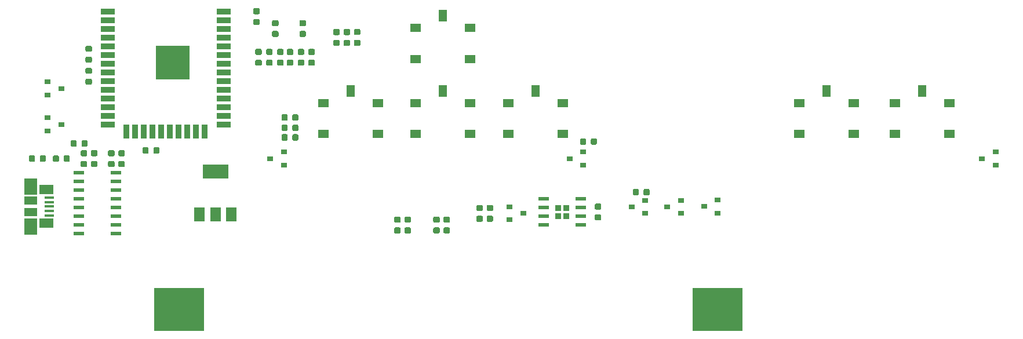
<source format=gbr>
G04 #@! TF.GenerationSoftware,KiCad,Pcbnew,(5.0.1-3-g963ef8bb5)*
G04 #@! TF.CreationDate,2019-03-02T13:43:14+01:00*
G04 #@! TF.ProjectId,cz19-badge,637A31392D62616467652E6B69636164,rev?*
G04 #@! TF.SameCoordinates,Original*
G04 #@! TF.FileFunction,Paste,Bot*
G04 #@! TF.FilePolarity,Positive*
%FSLAX46Y46*%
G04 Gerber Fmt 4.6, Leading zero omitted, Abs format (unit mm)*
G04 Created by KiCad (PCBNEW (5.0.1-3-g963ef8bb5)) date 2019 March 02, Saturday 13:43:14*
%MOMM*%
%LPD*%
G01*
G04 APERTURE LIST*
%ADD10R,7.340000X6.350000*%
%ADD11R,1.380000X0.450000*%
%ADD12R,2.100000X1.475000*%
%ADD13R,1.900000X2.375000*%
%ADD14R,1.900000X1.175000*%
%ADD15R,1.500000X0.600000*%
%ADD16C,0.100000*%
%ADD17C,0.875000*%
%ADD18R,0.900000X0.800000*%
%ADD19R,3.800000X2.000000*%
%ADD20R,1.500000X2.000000*%
%ADD21R,5.000000X5.000000*%
%ADD22R,2.000000X0.900000*%
%ADD23R,0.900000X2.000000*%
%ADD24R,1.550000X0.600000*%
%ADD25R,0.950000X0.950000*%
%ADD26R,1.550000X1.300000*%
%ADD27R,1.300000X1.700000*%
G04 APERTURE END LIST*
D10*
G04 #@! TO.C,BT1*
X121830000Y-67000000D03*
X43170000Y-67000000D03*
G04 #@! TD*
D11*
G04 #@! TO.C,J1*
X24210000Y-53300000D03*
X24210000Y-52650000D03*
X24210000Y-52000000D03*
X24210000Y-51350000D03*
X24210000Y-50700000D03*
D12*
X23850000Y-54462500D03*
X23850000Y-49537500D03*
D13*
X21550000Y-54910000D03*
X21550000Y-49090000D03*
D14*
X21550000Y-52840000D03*
X21550000Y-51160000D03*
G04 #@! TD*
D15*
G04 #@! TO.C,U1*
X33950000Y-47055000D03*
X33950000Y-48325000D03*
X33950000Y-49595000D03*
X33950000Y-50865000D03*
X33950000Y-52135000D03*
X33950000Y-53405000D03*
X33950000Y-54675000D03*
X33950000Y-55945000D03*
X28550000Y-55945000D03*
X28550000Y-54675000D03*
X28550000Y-53405000D03*
X28550000Y-52135000D03*
X28550000Y-50865000D03*
X28550000Y-49595000D03*
X28550000Y-48325000D03*
X28550000Y-47055000D03*
G04 #@! TD*
D16*
G04 #@! TO.C,R3*
G36*
X23527691Y-44526053D02*
X23548926Y-44529203D01*
X23569750Y-44534419D01*
X23589962Y-44541651D01*
X23609368Y-44550830D01*
X23627781Y-44561866D01*
X23645024Y-44574654D01*
X23660930Y-44589070D01*
X23675346Y-44604976D01*
X23688134Y-44622219D01*
X23699170Y-44640632D01*
X23708349Y-44660038D01*
X23715581Y-44680250D01*
X23720797Y-44701074D01*
X23723947Y-44722309D01*
X23725000Y-44743750D01*
X23725000Y-45256250D01*
X23723947Y-45277691D01*
X23720797Y-45298926D01*
X23715581Y-45319750D01*
X23708349Y-45339962D01*
X23699170Y-45359368D01*
X23688134Y-45377781D01*
X23675346Y-45395024D01*
X23660930Y-45410930D01*
X23645024Y-45425346D01*
X23627781Y-45438134D01*
X23609368Y-45449170D01*
X23589962Y-45458349D01*
X23569750Y-45465581D01*
X23548926Y-45470797D01*
X23527691Y-45473947D01*
X23506250Y-45475000D01*
X23068750Y-45475000D01*
X23047309Y-45473947D01*
X23026074Y-45470797D01*
X23005250Y-45465581D01*
X22985038Y-45458349D01*
X22965632Y-45449170D01*
X22947219Y-45438134D01*
X22929976Y-45425346D01*
X22914070Y-45410930D01*
X22899654Y-45395024D01*
X22886866Y-45377781D01*
X22875830Y-45359368D01*
X22866651Y-45339962D01*
X22859419Y-45319750D01*
X22854203Y-45298926D01*
X22851053Y-45277691D01*
X22850000Y-45256250D01*
X22850000Y-44743750D01*
X22851053Y-44722309D01*
X22854203Y-44701074D01*
X22859419Y-44680250D01*
X22866651Y-44660038D01*
X22875830Y-44640632D01*
X22886866Y-44622219D01*
X22899654Y-44604976D01*
X22914070Y-44589070D01*
X22929976Y-44574654D01*
X22947219Y-44561866D01*
X22965632Y-44550830D01*
X22985038Y-44541651D01*
X23005250Y-44534419D01*
X23026074Y-44529203D01*
X23047309Y-44526053D01*
X23068750Y-44525000D01*
X23506250Y-44525000D01*
X23527691Y-44526053D01*
X23527691Y-44526053D01*
G37*
D17*
X23287500Y-45000000D03*
D16*
G36*
X21952691Y-44526053D02*
X21973926Y-44529203D01*
X21994750Y-44534419D01*
X22014962Y-44541651D01*
X22034368Y-44550830D01*
X22052781Y-44561866D01*
X22070024Y-44574654D01*
X22085930Y-44589070D01*
X22100346Y-44604976D01*
X22113134Y-44622219D01*
X22124170Y-44640632D01*
X22133349Y-44660038D01*
X22140581Y-44680250D01*
X22145797Y-44701074D01*
X22148947Y-44722309D01*
X22150000Y-44743750D01*
X22150000Y-45256250D01*
X22148947Y-45277691D01*
X22145797Y-45298926D01*
X22140581Y-45319750D01*
X22133349Y-45339962D01*
X22124170Y-45359368D01*
X22113134Y-45377781D01*
X22100346Y-45395024D01*
X22085930Y-45410930D01*
X22070024Y-45425346D01*
X22052781Y-45438134D01*
X22034368Y-45449170D01*
X22014962Y-45458349D01*
X21994750Y-45465581D01*
X21973926Y-45470797D01*
X21952691Y-45473947D01*
X21931250Y-45475000D01*
X21493750Y-45475000D01*
X21472309Y-45473947D01*
X21451074Y-45470797D01*
X21430250Y-45465581D01*
X21410038Y-45458349D01*
X21390632Y-45449170D01*
X21372219Y-45438134D01*
X21354976Y-45425346D01*
X21339070Y-45410930D01*
X21324654Y-45395024D01*
X21311866Y-45377781D01*
X21300830Y-45359368D01*
X21291651Y-45339962D01*
X21284419Y-45319750D01*
X21279203Y-45298926D01*
X21276053Y-45277691D01*
X21275000Y-45256250D01*
X21275000Y-44743750D01*
X21276053Y-44722309D01*
X21279203Y-44701074D01*
X21284419Y-44680250D01*
X21291651Y-44660038D01*
X21300830Y-44640632D01*
X21311866Y-44622219D01*
X21324654Y-44604976D01*
X21339070Y-44589070D01*
X21354976Y-44574654D01*
X21372219Y-44561866D01*
X21390632Y-44550830D01*
X21410038Y-44541651D01*
X21430250Y-44534419D01*
X21451074Y-44529203D01*
X21472309Y-44526053D01*
X21493750Y-44525000D01*
X21931250Y-44525000D01*
X21952691Y-44526053D01*
X21952691Y-44526053D01*
G37*
D17*
X21712500Y-45000000D03*
G04 #@! TD*
D16*
G04 #@! TO.C,R4*
G36*
X57527691Y-26351053D02*
X57548926Y-26354203D01*
X57569750Y-26359419D01*
X57589962Y-26366651D01*
X57609368Y-26375830D01*
X57627781Y-26386866D01*
X57645024Y-26399654D01*
X57660930Y-26414070D01*
X57675346Y-26429976D01*
X57688134Y-26447219D01*
X57699170Y-26465632D01*
X57708349Y-26485038D01*
X57715581Y-26505250D01*
X57720797Y-26526074D01*
X57723947Y-26547309D01*
X57725000Y-26568750D01*
X57725000Y-27006250D01*
X57723947Y-27027691D01*
X57720797Y-27048926D01*
X57715581Y-27069750D01*
X57708349Y-27089962D01*
X57699170Y-27109368D01*
X57688134Y-27127781D01*
X57675346Y-27145024D01*
X57660930Y-27160930D01*
X57645024Y-27175346D01*
X57627781Y-27188134D01*
X57609368Y-27199170D01*
X57589962Y-27208349D01*
X57569750Y-27215581D01*
X57548926Y-27220797D01*
X57527691Y-27223947D01*
X57506250Y-27225000D01*
X56993750Y-27225000D01*
X56972309Y-27223947D01*
X56951074Y-27220797D01*
X56930250Y-27215581D01*
X56910038Y-27208349D01*
X56890632Y-27199170D01*
X56872219Y-27188134D01*
X56854976Y-27175346D01*
X56839070Y-27160930D01*
X56824654Y-27145024D01*
X56811866Y-27127781D01*
X56800830Y-27109368D01*
X56791651Y-27089962D01*
X56784419Y-27069750D01*
X56779203Y-27048926D01*
X56776053Y-27027691D01*
X56775000Y-27006250D01*
X56775000Y-26568750D01*
X56776053Y-26547309D01*
X56779203Y-26526074D01*
X56784419Y-26505250D01*
X56791651Y-26485038D01*
X56800830Y-26465632D01*
X56811866Y-26447219D01*
X56824654Y-26429976D01*
X56839070Y-26414070D01*
X56854976Y-26399654D01*
X56872219Y-26386866D01*
X56890632Y-26375830D01*
X56910038Y-26366651D01*
X56930250Y-26359419D01*
X56951074Y-26354203D01*
X56972309Y-26351053D01*
X56993750Y-26350000D01*
X57506250Y-26350000D01*
X57527691Y-26351053D01*
X57527691Y-26351053D01*
G37*
D17*
X57250000Y-26787500D03*
D16*
G36*
X57527691Y-24776053D02*
X57548926Y-24779203D01*
X57569750Y-24784419D01*
X57589962Y-24791651D01*
X57609368Y-24800830D01*
X57627781Y-24811866D01*
X57645024Y-24824654D01*
X57660930Y-24839070D01*
X57675346Y-24854976D01*
X57688134Y-24872219D01*
X57699170Y-24890632D01*
X57708349Y-24910038D01*
X57715581Y-24930250D01*
X57720797Y-24951074D01*
X57723947Y-24972309D01*
X57725000Y-24993750D01*
X57725000Y-25431250D01*
X57723947Y-25452691D01*
X57720797Y-25473926D01*
X57715581Y-25494750D01*
X57708349Y-25514962D01*
X57699170Y-25534368D01*
X57688134Y-25552781D01*
X57675346Y-25570024D01*
X57660930Y-25585930D01*
X57645024Y-25600346D01*
X57627781Y-25613134D01*
X57609368Y-25624170D01*
X57589962Y-25633349D01*
X57569750Y-25640581D01*
X57548926Y-25645797D01*
X57527691Y-25648947D01*
X57506250Y-25650000D01*
X56993750Y-25650000D01*
X56972309Y-25648947D01*
X56951074Y-25645797D01*
X56930250Y-25640581D01*
X56910038Y-25633349D01*
X56890632Y-25624170D01*
X56872219Y-25613134D01*
X56854976Y-25600346D01*
X56839070Y-25585930D01*
X56824654Y-25570024D01*
X56811866Y-25552781D01*
X56800830Y-25534368D01*
X56791651Y-25514962D01*
X56784419Y-25494750D01*
X56779203Y-25473926D01*
X56776053Y-25452691D01*
X56775000Y-25431250D01*
X56775000Y-24993750D01*
X56776053Y-24972309D01*
X56779203Y-24951074D01*
X56784419Y-24930250D01*
X56791651Y-24910038D01*
X56800830Y-24890632D01*
X56811866Y-24872219D01*
X56824654Y-24854976D01*
X56839070Y-24839070D01*
X56854976Y-24824654D01*
X56872219Y-24811866D01*
X56890632Y-24800830D01*
X56910038Y-24791651D01*
X56930250Y-24784419D01*
X56951074Y-24779203D01*
X56972309Y-24776053D01*
X56993750Y-24775000D01*
X57506250Y-24775000D01*
X57527691Y-24776053D01*
X57527691Y-24776053D01*
G37*
D17*
X57250000Y-25212500D03*
G04 #@! TD*
D16*
G04 #@! TO.C,R1*
G36*
X27027691Y-44526053D02*
X27048926Y-44529203D01*
X27069750Y-44534419D01*
X27089962Y-44541651D01*
X27109368Y-44550830D01*
X27127781Y-44561866D01*
X27145024Y-44574654D01*
X27160930Y-44589070D01*
X27175346Y-44604976D01*
X27188134Y-44622219D01*
X27199170Y-44640632D01*
X27208349Y-44660038D01*
X27215581Y-44680250D01*
X27220797Y-44701074D01*
X27223947Y-44722309D01*
X27225000Y-44743750D01*
X27225000Y-45256250D01*
X27223947Y-45277691D01*
X27220797Y-45298926D01*
X27215581Y-45319750D01*
X27208349Y-45339962D01*
X27199170Y-45359368D01*
X27188134Y-45377781D01*
X27175346Y-45395024D01*
X27160930Y-45410930D01*
X27145024Y-45425346D01*
X27127781Y-45438134D01*
X27109368Y-45449170D01*
X27089962Y-45458349D01*
X27069750Y-45465581D01*
X27048926Y-45470797D01*
X27027691Y-45473947D01*
X27006250Y-45475000D01*
X26568750Y-45475000D01*
X26547309Y-45473947D01*
X26526074Y-45470797D01*
X26505250Y-45465581D01*
X26485038Y-45458349D01*
X26465632Y-45449170D01*
X26447219Y-45438134D01*
X26429976Y-45425346D01*
X26414070Y-45410930D01*
X26399654Y-45395024D01*
X26386866Y-45377781D01*
X26375830Y-45359368D01*
X26366651Y-45339962D01*
X26359419Y-45319750D01*
X26354203Y-45298926D01*
X26351053Y-45277691D01*
X26350000Y-45256250D01*
X26350000Y-44743750D01*
X26351053Y-44722309D01*
X26354203Y-44701074D01*
X26359419Y-44680250D01*
X26366651Y-44660038D01*
X26375830Y-44640632D01*
X26386866Y-44622219D01*
X26399654Y-44604976D01*
X26414070Y-44589070D01*
X26429976Y-44574654D01*
X26447219Y-44561866D01*
X26465632Y-44550830D01*
X26485038Y-44541651D01*
X26505250Y-44534419D01*
X26526074Y-44529203D01*
X26547309Y-44526053D01*
X26568750Y-44525000D01*
X27006250Y-44525000D01*
X27027691Y-44526053D01*
X27027691Y-44526053D01*
G37*
D17*
X26787500Y-45000000D03*
D16*
G36*
X25452691Y-44526053D02*
X25473926Y-44529203D01*
X25494750Y-44534419D01*
X25514962Y-44541651D01*
X25534368Y-44550830D01*
X25552781Y-44561866D01*
X25570024Y-44574654D01*
X25585930Y-44589070D01*
X25600346Y-44604976D01*
X25613134Y-44622219D01*
X25624170Y-44640632D01*
X25633349Y-44660038D01*
X25640581Y-44680250D01*
X25645797Y-44701074D01*
X25648947Y-44722309D01*
X25650000Y-44743750D01*
X25650000Y-45256250D01*
X25648947Y-45277691D01*
X25645797Y-45298926D01*
X25640581Y-45319750D01*
X25633349Y-45339962D01*
X25624170Y-45359368D01*
X25613134Y-45377781D01*
X25600346Y-45395024D01*
X25585930Y-45410930D01*
X25570024Y-45425346D01*
X25552781Y-45438134D01*
X25534368Y-45449170D01*
X25514962Y-45458349D01*
X25494750Y-45465581D01*
X25473926Y-45470797D01*
X25452691Y-45473947D01*
X25431250Y-45475000D01*
X24993750Y-45475000D01*
X24972309Y-45473947D01*
X24951074Y-45470797D01*
X24930250Y-45465581D01*
X24910038Y-45458349D01*
X24890632Y-45449170D01*
X24872219Y-45438134D01*
X24854976Y-45425346D01*
X24839070Y-45410930D01*
X24824654Y-45395024D01*
X24811866Y-45377781D01*
X24800830Y-45359368D01*
X24791651Y-45339962D01*
X24784419Y-45319750D01*
X24779203Y-45298926D01*
X24776053Y-45277691D01*
X24775000Y-45256250D01*
X24775000Y-44743750D01*
X24776053Y-44722309D01*
X24779203Y-44701074D01*
X24784419Y-44680250D01*
X24791651Y-44660038D01*
X24800830Y-44640632D01*
X24811866Y-44622219D01*
X24824654Y-44604976D01*
X24839070Y-44589070D01*
X24854976Y-44574654D01*
X24872219Y-44561866D01*
X24890632Y-44550830D01*
X24910038Y-44541651D01*
X24930250Y-44534419D01*
X24951074Y-44529203D01*
X24972309Y-44526053D01*
X24993750Y-44525000D01*
X25431250Y-44525000D01*
X25452691Y-44526053D01*
X25452691Y-44526053D01*
G37*
D17*
X25212500Y-45000000D03*
G04 #@! TD*
D16*
G04 #@! TO.C,R5*
G36*
X29627691Y-42326053D02*
X29648926Y-42329203D01*
X29669750Y-42334419D01*
X29689962Y-42341651D01*
X29709368Y-42350830D01*
X29727781Y-42361866D01*
X29745024Y-42374654D01*
X29760930Y-42389070D01*
X29775346Y-42404976D01*
X29788134Y-42422219D01*
X29799170Y-42440632D01*
X29808349Y-42460038D01*
X29815581Y-42480250D01*
X29820797Y-42501074D01*
X29823947Y-42522309D01*
X29825000Y-42543750D01*
X29825000Y-43056250D01*
X29823947Y-43077691D01*
X29820797Y-43098926D01*
X29815581Y-43119750D01*
X29808349Y-43139962D01*
X29799170Y-43159368D01*
X29788134Y-43177781D01*
X29775346Y-43195024D01*
X29760930Y-43210930D01*
X29745024Y-43225346D01*
X29727781Y-43238134D01*
X29709368Y-43249170D01*
X29689962Y-43258349D01*
X29669750Y-43265581D01*
X29648926Y-43270797D01*
X29627691Y-43273947D01*
X29606250Y-43275000D01*
X29168750Y-43275000D01*
X29147309Y-43273947D01*
X29126074Y-43270797D01*
X29105250Y-43265581D01*
X29085038Y-43258349D01*
X29065632Y-43249170D01*
X29047219Y-43238134D01*
X29029976Y-43225346D01*
X29014070Y-43210930D01*
X28999654Y-43195024D01*
X28986866Y-43177781D01*
X28975830Y-43159368D01*
X28966651Y-43139962D01*
X28959419Y-43119750D01*
X28954203Y-43098926D01*
X28951053Y-43077691D01*
X28950000Y-43056250D01*
X28950000Y-42543750D01*
X28951053Y-42522309D01*
X28954203Y-42501074D01*
X28959419Y-42480250D01*
X28966651Y-42460038D01*
X28975830Y-42440632D01*
X28986866Y-42422219D01*
X28999654Y-42404976D01*
X29014070Y-42389070D01*
X29029976Y-42374654D01*
X29047219Y-42361866D01*
X29065632Y-42350830D01*
X29085038Y-42341651D01*
X29105250Y-42334419D01*
X29126074Y-42329203D01*
X29147309Y-42326053D01*
X29168750Y-42325000D01*
X29606250Y-42325000D01*
X29627691Y-42326053D01*
X29627691Y-42326053D01*
G37*
D17*
X29387500Y-42800000D03*
D16*
G36*
X28052691Y-42326053D02*
X28073926Y-42329203D01*
X28094750Y-42334419D01*
X28114962Y-42341651D01*
X28134368Y-42350830D01*
X28152781Y-42361866D01*
X28170024Y-42374654D01*
X28185930Y-42389070D01*
X28200346Y-42404976D01*
X28213134Y-42422219D01*
X28224170Y-42440632D01*
X28233349Y-42460038D01*
X28240581Y-42480250D01*
X28245797Y-42501074D01*
X28248947Y-42522309D01*
X28250000Y-42543750D01*
X28250000Y-43056250D01*
X28248947Y-43077691D01*
X28245797Y-43098926D01*
X28240581Y-43119750D01*
X28233349Y-43139962D01*
X28224170Y-43159368D01*
X28213134Y-43177781D01*
X28200346Y-43195024D01*
X28185930Y-43210930D01*
X28170024Y-43225346D01*
X28152781Y-43238134D01*
X28134368Y-43249170D01*
X28114962Y-43258349D01*
X28094750Y-43265581D01*
X28073926Y-43270797D01*
X28052691Y-43273947D01*
X28031250Y-43275000D01*
X27593750Y-43275000D01*
X27572309Y-43273947D01*
X27551074Y-43270797D01*
X27530250Y-43265581D01*
X27510038Y-43258349D01*
X27490632Y-43249170D01*
X27472219Y-43238134D01*
X27454976Y-43225346D01*
X27439070Y-43210930D01*
X27424654Y-43195024D01*
X27411866Y-43177781D01*
X27400830Y-43159368D01*
X27391651Y-43139962D01*
X27384419Y-43119750D01*
X27379203Y-43098926D01*
X27376053Y-43077691D01*
X27375000Y-43056250D01*
X27375000Y-42543750D01*
X27376053Y-42522309D01*
X27379203Y-42501074D01*
X27384419Y-42480250D01*
X27391651Y-42460038D01*
X27400830Y-42440632D01*
X27411866Y-42422219D01*
X27424654Y-42404976D01*
X27439070Y-42389070D01*
X27454976Y-42374654D01*
X27472219Y-42361866D01*
X27490632Y-42350830D01*
X27510038Y-42341651D01*
X27530250Y-42334419D01*
X27551074Y-42329203D01*
X27572309Y-42326053D01*
X27593750Y-42325000D01*
X28031250Y-42325000D01*
X28052691Y-42326053D01*
X28052691Y-42326053D01*
G37*
D17*
X27812500Y-42800000D03*
G04 #@! TD*
D18*
G04 #@! TO.C,Q1*
X56500000Y-45000000D03*
X58500000Y-45950000D03*
X58500000Y-44050000D03*
G04 #@! TD*
G04 #@! TO.C,Q2*
X24000000Y-40950000D03*
X24000000Y-39050000D03*
X26000000Y-40000000D03*
G04 #@! TD*
D16*
G04 #@! TO.C,C193*
G36*
X61527691Y-26351053D02*
X61548926Y-26354203D01*
X61569750Y-26359419D01*
X61589962Y-26366651D01*
X61609368Y-26375830D01*
X61627781Y-26386866D01*
X61645024Y-26399654D01*
X61660930Y-26414070D01*
X61675346Y-26429976D01*
X61688134Y-26447219D01*
X61699170Y-26465632D01*
X61708349Y-26485038D01*
X61715581Y-26505250D01*
X61720797Y-26526074D01*
X61723947Y-26547309D01*
X61725000Y-26568750D01*
X61725000Y-27006250D01*
X61723947Y-27027691D01*
X61720797Y-27048926D01*
X61715581Y-27069750D01*
X61708349Y-27089962D01*
X61699170Y-27109368D01*
X61688134Y-27127781D01*
X61675346Y-27145024D01*
X61660930Y-27160930D01*
X61645024Y-27175346D01*
X61627781Y-27188134D01*
X61609368Y-27199170D01*
X61589962Y-27208349D01*
X61569750Y-27215581D01*
X61548926Y-27220797D01*
X61527691Y-27223947D01*
X61506250Y-27225000D01*
X60993750Y-27225000D01*
X60972309Y-27223947D01*
X60951074Y-27220797D01*
X60930250Y-27215581D01*
X60910038Y-27208349D01*
X60890632Y-27199170D01*
X60872219Y-27188134D01*
X60854976Y-27175346D01*
X60839070Y-27160930D01*
X60824654Y-27145024D01*
X60811866Y-27127781D01*
X60800830Y-27109368D01*
X60791651Y-27089962D01*
X60784419Y-27069750D01*
X60779203Y-27048926D01*
X60776053Y-27027691D01*
X60775000Y-27006250D01*
X60775000Y-26568750D01*
X60776053Y-26547309D01*
X60779203Y-26526074D01*
X60784419Y-26505250D01*
X60791651Y-26485038D01*
X60800830Y-26465632D01*
X60811866Y-26447219D01*
X60824654Y-26429976D01*
X60839070Y-26414070D01*
X60854976Y-26399654D01*
X60872219Y-26386866D01*
X60890632Y-26375830D01*
X60910038Y-26366651D01*
X60930250Y-26359419D01*
X60951074Y-26354203D01*
X60972309Y-26351053D01*
X60993750Y-26350000D01*
X61506250Y-26350000D01*
X61527691Y-26351053D01*
X61527691Y-26351053D01*
G37*
D17*
X61250000Y-26787500D03*
D16*
G36*
X61527691Y-24776053D02*
X61548926Y-24779203D01*
X61569750Y-24784419D01*
X61589962Y-24791651D01*
X61609368Y-24800830D01*
X61627781Y-24811866D01*
X61645024Y-24824654D01*
X61660930Y-24839070D01*
X61675346Y-24854976D01*
X61688134Y-24872219D01*
X61699170Y-24890632D01*
X61708349Y-24910038D01*
X61715581Y-24930250D01*
X61720797Y-24951074D01*
X61723947Y-24972309D01*
X61725000Y-24993750D01*
X61725000Y-25431250D01*
X61723947Y-25452691D01*
X61720797Y-25473926D01*
X61715581Y-25494750D01*
X61708349Y-25514962D01*
X61699170Y-25534368D01*
X61688134Y-25552781D01*
X61675346Y-25570024D01*
X61660930Y-25585930D01*
X61645024Y-25600346D01*
X61627781Y-25613134D01*
X61609368Y-25624170D01*
X61589962Y-25633349D01*
X61569750Y-25640581D01*
X61548926Y-25645797D01*
X61527691Y-25648947D01*
X61506250Y-25650000D01*
X60993750Y-25650000D01*
X60972309Y-25648947D01*
X60951074Y-25645797D01*
X60930250Y-25640581D01*
X60910038Y-25633349D01*
X60890632Y-25624170D01*
X60872219Y-25613134D01*
X60854976Y-25600346D01*
X60839070Y-25585930D01*
X60824654Y-25570024D01*
X60811866Y-25552781D01*
X60800830Y-25534368D01*
X60791651Y-25514962D01*
X60784419Y-25494750D01*
X60779203Y-25473926D01*
X60776053Y-25452691D01*
X60775000Y-25431250D01*
X60775000Y-24993750D01*
X60776053Y-24972309D01*
X60779203Y-24951074D01*
X60784419Y-24930250D01*
X60791651Y-24910038D01*
X60800830Y-24890632D01*
X60811866Y-24872219D01*
X60824654Y-24854976D01*
X60839070Y-24839070D01*
X60854976Y-24824654D01*
X60872219Y-24811866D01*
X60890632Y-24800830D01*
X60910038Y-24791651D01*
X60930250Y-24784419D01*
X60951074Y-24779203D01*
X60972309Y-24776053D01*
X60993750Y-24775000D01*
X61506250Y-24775000D01*
X61527691Y-24776053D01*
X61527691Y-24776053D01*
G37*
D17*
X61250000Y-25212500D03*
G04 #@! TD*
D16*
G04 #@! TO.C,C194*
G36*
X54777691Y-23026053D02*
X54798926Y-23029203D01*
X54819750Y-23034419D01*
X54839962Y-23041651D01*
X54859368Y-23050830D01*
X54877781Y-23061866D01*
X54895024Y-23074654D01*
X54910930Y-23089070D01*
X54925346Y-23104976D01*
X54938134Y-23122219D01*
X54949170Y-23140632D01*
X54958349Y-23160038D01*
X54965581Y-23180250D01*
X54970797Y-23201074D01*
X54973947Y-23222309D01*
X54975000Y-23243750D01*
X54975000Y-23681250D01*
X54973947Y-23702691D01*
X54970797Y-23723926D01*
X54965581Y-23744750D01*
X54958349Y-23764962D01*
X54949170Y-23784368D01*
X54938134Y-23802781D01*
X54925346Y-23820024D01*
X54910930Y-23835930D01*
X54895024Y-23850346D01*
X54877781Y-23863134D01*
X54859368Y-23874170D01*
X54839962Y-23883349D01*
X54819750Y-23890581D01*
X54798926Y-23895797D01*
X54777691Y-23898947D01*
X54756250Y-23900000D01*
X54243750Y-23900000D01*
X54222309Y-23898947D01*
X54201074Y-23895797D01*
X54180250Y-23890581D01*
X54160038Y-23883349D01*
X54140632Y-23874170D01*
X54122219Y-23863134D01*
X54104976Y-23850346D01*
X54089070Y-23835930D01*
X54074654Y-23820024D01*
X54061866Y-23802781D01*
X54050830Y-23784368D01*
X54041651Y-23764962D01*
X54034419Y-23744750D01*
X54029203Y-23723926D01*
X54026053Y-23702691D01*
X54025000Y-23681250D01*
X54025000Y-23243750D01*
X54026053Y-23222309D01*
X54029203Y-23201074D01*
X54034419Y-23180250D01*
X54041651Y-23160038D01*
X54050830Y-23140632D01*
X54061866Y-23122219D01*
X54074654Y-23104976D01*
X54089070Y-23089070D01*
X54104976Y-23074654D01*
X54122219Y-23061866D01*
X54140632Y-23050830D01*
X54160038Y-23041651D01*
X54180250Y-23034419D01*
X54201074Y-23029203D01*
X54222309Y-23026053D01*
X54243750Y-23025000D01*
X54756250Y-23025000D01*
X54777691Y-23026053D01*
X54777691Y-23026053D01*
G37*
D17*
X54500000Y-23462500D03*
D16*
G36*
X54777691Y-24601053D02*
X54798926Y-24604203D01*
X54819750Y-24609419D01*
X54839962Y-24616651D01*
X54859368Y-24625830D01*
X54877781Y-24636866D01*
X54895024Y-24649654D01*
X54910930Y-24664070D01*
X54925346Y-24679976D01*
X54938134Y-24697219D01*
X54949170Y-24715632D01*
X54958349Y-24735038D01*
X54965581Y-24755250D01*
X54970797Y-24776074D01*
X54973947Y-24797309D01*
X54975000Y-24818750D01*
X54975000Y-25256250D01*
X54973947Y-25277691D01*
X54970797Y-25298926D01*
X54965581Y-25319750D01*
X54958349Y-25339962D01*
X54949170Y-25359368D01*
X54938134Y-25377781D01*
X54925346Y-25395024D01*
X54910930Y-25410930D01*
X54895024Y-25425346D01*
X54877781Y-25438134D01*
X54859368Y-25449170D01*
X54839962Y-25458349D01*
X54819750Y-25465581D01*
X54798926Y-25470797D01*
X54777691Y-25473947D01*
X54756250Y-25475000D01*
X54243750Y-25475000D01*
X54222309Y-25473947D01*
X54201074Y-25470797D01*
X54180250Y-25465581D01*
X54160038Y-25458349D01*
X54140632Y-25449170D01*
X54122219Y-25438134D01*
X54104976Y-25425346D01*
X54089070Y-25410930D01*
X54074654Y-25395024D01*
X54061866Y-25377781D01*
X54050830Y-25359368D01*
X54041651Y-25339962D01*
X54034419Y-25319750D01*
X54029203Y-25298926D01*
X54026053Y-25277691D01*
X54025000Y-25256250D01*
X54025000Y-24818750D01*
X54026053Y-24797309D01*
X54029203Y-24776074D01*
X54034419Y-24755250D01*
X54041651Y-24735038D01*
X54050830Y-24715632D01*
X54061866Y-24697219D01*
X54074654Y-24679976D01*
X54089070Y-24664070D01*
X54104976Y-24649654D01*
X54122219Y-24636866D01*
X54140632Y-24625830D01*
X54160038Y-24616651D01*
X54180250Y-24609419D01*
X54201074Y-24604203D01*
X54222309Y-24601053D01*
X54243750Y-24600000D01*
X54756250Y-24600000D01*
X54777691Y-24601053D01*
X54777691Y-24601053D01*
G37*
D17*
X54500000Y-25037500D03*
G04 #@! TD*
D18*
G04 #@! TO.C,Q4*
X26000000Y-34750000D03*
X24000000Y-33800000D03*
X24000000Y-35700000D03*
G04 #@! TD*
G04 #@! TO.C,Q5*
X162500000Y-44050000D03*
X162500000Y-45950000D03*
X160500000Y-45000000D03*
G04 #@! TD*
G04 #@! TO.C,Q6*
X109300000Y-52043764D03*
X111300000Y-52993764D03*
X111300000Y-51093764D03*
G04 #@! TD*
G04 #@! TO.C,Q7*
X116495742Y-51093764D03*
X116495742Y-52993764D03*
X114495742Y-52043764D03*
G04 #@! TD*
G04 #@! TO.C,Q8*
X91500000Y-53950000D03*
X91500000Y-52050000D03*
X93500000Y-53000000D03*
G04 #@! TD*
G04 #@! TO.C,Q9*
X119900000Y-52000000D03*
X121900000Y-52950000D03*
X121900000Y-51050000D03*
G04 #@! TD*
D16*
G04 #@! TO.C,R6*
G36*
X40127691Y-43326053D02*
X40148926Y-43329203D01*
X40169750Y-43334419D01*
X40189962Y-43341651D01*
X40209368Y-43350830D01*
X40227781Y-43361866D01*
X40245024Y-43374654D01*
X40260930Y-43389070D01*
X40275346Y-43404976D01*
X40288134Y-43422219D01*
X40299170Y-43440632D01*
X40308349Y-43460038D01*
X40315581Y-43480250D01*
X40320797Y-43501074D01*
X40323947Y-43522309D01*
X40325000Y-43543750D01*
X40325000Y-44056250D01*
X40323947Y-44077691D01*
X40320797Y-44098926D01*
X40315581Y-44119750D01*
X40308349Y-44139962D01*
X40299170Y-44159368D01*
X40288134Y-44177781D01*
X40275346Y-44195024D01*
X40260930Y-44210930D01*
X40245024Y-44225346D01*
X40227781Y-44238134D01*
X40209368Y-44249170D01*
X40189962Y-44258349D01*
X40169750Y-44265581D01*
X40148926Y-44270797D01*
X40127691Y-44273947D01*
X40106250Y-44275000D01*
X39668750Y-44275000D01*
X39647309Y-44273947D01*
X39626074Y-44270797D01*
X39605250Y-44265581D01*
X39585038Y-44258349D01*
X39565632Y-44249170D01*
X39547219Y-44238134D01*
X39529976Y-44225346D01*
X39514070Y-44210930D01*
X39499654Y-44195024D01*
X39486866Y-44177781D01*
X39475830Y-44159368D01*
X39466651Y-44139962D01*
X39459419Y-44119750D01*
X39454203Y-44098926D01*
X39451053Y-44077691D01*
X39450000Y-44056250D01*
X39450000Y-43543750D01*
X39451053Y-43522309D01*
X39454203Y-43501074D01*
X39459419Y-43480250D01*
X39466651Y-43460038D01*
X39475830Y-43440632D01*
X39486866Y-43422219D01*
X39499654Y-43404976D01*
X39514070Y-43389070D01*
X39529976Y-43374654D01*
X39547219Y-43361866D01*
X39565632Y-43350830D01*
X39585038Y-43341651D01*
X39605250Y-43334419D01*
X39626074Y-43329203D01*
X39647309Y-43326053D01*
X39668750Y-43325000D01*
X40106250Y-43325000D01*
X40127691Y-43326053D01*
X40127691Y-43326053D01*
G37*
D17*
X39887500Y-43800000D03*
D16*
G36*
X38552691Y-43326053D02*
X38573926Y-43329203D01*
X38594750Y-43334419D01*
X38614962Y-43341651D01*
X38634368Y-43350830D01*
X38652781Y-43361866D01*
X38670024Y-43374654D01*
X38685930Y-43389070D01*
X38700346Y-43404976D01*
X38713134Y-43422219D01*
X38724170Y-43440632D01*
X38733349Y-43460038D01*
X38740581Y-43480250D01*
X38745797Y-43501074D01*
X38748947Y-43522309D01*
X38750000Y-43543750D01*
X38750000Y-44056250D01*
X38748947Y-44077691D01*
X38745797Y-44098926D01*
X38740581Y-44119750D01*
X38733349Y-44139962D01*
X38724170Y-44159368D01*
X38713134Y-44177781D01*
X38700346Y-44195024D01*
X38685930Y-44210930D01*
X38670024Y-44225346D01*
X38652781Y-44238134D01*
X38634368Y-44249170D01*
X38614962Y-44258349D01*
X38594750Y-44265581D01*
X38573926Y-44270797D01*
X38552691Y-44273947D01*
X38531250Y-44275000D01*
X38093750Y-44275000D01*
X38072309Y-44273947D01*
X38051074Y-44270797D01*
X38030250Y-44265581D01*
X38010038Y-44258349D01*
X37990632Y-44249170D01*
X37972219Y-44238134D01*
X37954976Y-44225346D01*
X37939070Y-44210930D01*
X37924654Y-44195024D01*
X37911866Y-44177781D01*
X37900830Y-44159368D01*
X37891651Y-44139962D01*
X37884419Y-44119750D01*
X37879203Y-44098926D01*
X37876053Y-44077691D01*
X37875000Y-44056250D01*
X37875000Y-43543750D01*
X37876053Y-43522309D01*
X37879203Y-43501074D01*
X37884419Y-43480250D01*
X37891651Y-43460038D01*
X37900830Y-43440632D01*
X37911866Y-43422219D01*
X37924654Y-43404976D01*
X37939070Y-43389070D01*
X37954976Y-43374654D01*
X37972219Y-43361866D01*
X37990632Y-43350830D01*
X38010038Y-43341651D01*
X38030250Y-43334419D01*
X38051074Y-43329203D01*
X38072309Y-43326053D01*
X38093750Y-43325000D01*
X38531250Y-43325000D01*
X38552691Y-43326053D01*
X38552691Y-43326053D01*
G37*
D17*
X38312500Y-43800000D03*
G04 #@! TD*
D16*
G04 #@! TO.C,R7*
G36*
X110152691Y-49426053D02*
X110173926Y-49429203D01*
X110194750Y-49434419D01*
X110214962Y-49441651D01*
X110234368Y-49450830D01*
X110252781Y-49461866D01*
X110270024Y-49474654D01*
X110285930Y-49489070D01*
X110300346Y-49504976D01*
X110313134Y-49522219D01*
X110324170Y-49540632D01*
X110333349Y-49560038D01*
X110340581Y-49580250D01*
X110345797Y-49601074D01*
X110348947Y-49622309D01*
X110350000Y-49643750D01*
X110350000Y-50156250D01*
X110348947Y-50177691D01*
X110345797Y-50198926D01*
X110340581Y-50219750D01*
X110333349Y-50239962D01*
X110324170Y-50259368D01*
X110313134Y-50277781D01*
X110300346Y-50295024D01*
X110285930Y-50310930D01*
X110270024Y-50325346D01*
X110252781Y-50338134D01*
X110234368Y-50349170D01*
X110214962Y-50358349D01*
X110194750Y-50365581D01*
X110173926Y-50370797D01*
X110152691Y-50373947D01*
X110131250Y-50375000D01*
X109693750Y-50375000D01*
X109672309Y-50373947D01*
X109651074Y-50370797D01*
X109630250Y-50365581D01*
X109610038Y-50358349D01*
X109590632Y-50349170D01*
X109572219Y-50338134D01*
X109554976Y-50325346D01*
X109539070Y-50310930D01*
X109524654Y-50295024D01*
X109511866Y-50277781D01*
X109500830Y-50259368D01*
X109491651Y-50239962D01*
X109484419Y-50219750D01*
X109479203Y-50198926D01*
X109476053Y-50177691D01*
X109475000Y-50156250D01*
X109475000Y-49643750D01*
X109476053Y-49622309D01*
X109479203Y-49601074D01*
X109484419Y-49580250D01*
X109491651Y-49560038D01*
X109500830Y-49540632D01*
X109511866Y-49522219D01*
X109524654Y-49504976D01*
X109539070Y-49489070D01*
X109554976Y-49474654D01*
X109572219Y-49461866D01*
X109590632Y-49450830D01*
X109610038Y-49441651D01*
X109630250Y-49434419D01*
X109651074Y-49429203D01*
X109672309Y-49426053D01*
X109693750Y-49425000D01*
X110131250Y-49425000D01*
X110152691Y-49426053D01*
X110152691Y-49426053D01*
G37*
D17*
X109912500Y-49900000D03*
D16*
G36*
X111727691Y-49426053D02*
X111748926Y-49429203D01*
X111769750Y-49434419D01*
X111789962Y-49441651D01*
X111809368Y-49450830D01*
X111827781Y-49461866D01*
X111845024Y-49474654D01*
X111860930Y-49489070D01*
X111875346Y-49504976D01*
X111888134Y-49522219D01*
X111899170Y-49540632D01*
X111908349Y-49560038D01*
X111915581Y-49580250D01*
X111920797Y-49601074D01*
X111923947Y-49622309D01*
X111925000Y-49643750D01*
X111925000Y-50156250D01*
X111923947Y-50177691D01*
X111920797Y-50198926D01*
X111915581Y-50219750D01*
X111908349Y-50239962D01*
X111899170Y-50259368D01*
X111888134Y-50277781D01*
X111875346Y-50295024D01*
X111860930Y-50310930D01*
X111845024Y-50325346D01*
X111827781Y-50338134D01*
X111809368Y-50349170D01*
X111789962Y-50358349D01*
X111769750Y-50365581D01*
X111748926Y-50370797D01*
X111727691Y-50373947D01*
X111706250Y-50375000D01*
X111268750Y-50375000D01*
X111247309Y-50373947D01*
X111226074Y-50370797D01*
X111205250Y-50365581D01*
X111185038Y-50358349D01*
X111165632Y-50349170D01*
X111147219Y-50338134D01*
X111129976Y-50325346D01*
X111114070Y-50310930D01*
X111099654Y-50295024D01*
X111086866Y-50277781D01*
X111075830Y-50259368D01*
X111066651Y-50239962D01*
X111059419Y-50219750D01*
X111054203Y-50198926D01*
X111051053Y-50177691D01*
X111050000Y-50156250D01*
X111050000Y-49643750D01*
X111051053Y-49622309D01*
X111054203Y-49601074D01*
X111059419Y-49580250D01*
X111066651Y-49560038D01*
X111075830Y-49540632D01*
X111086866Y-49522219D01*
X111099654Y-49504976D01*
X111114070Y-49489070D01*
X111129976Y-49474654D01*
X111147219Y-49461866D01*
X111165632Y-49450830D01*
X111185038Y-49441651D01*
X111205250Y-49434419D01*
X111226074Y-49429203D01*
X111247309Y-49426053D01*
X111268750Y-49425000D01*
X111706250Y-49425000D01*
X111727691Y-49426053D01*
X111727691Y-49426053D01*
G37*
D17*
X111487500Y-49900000D03*
G04 #@! TD*
D16*
G04 #@! TO.C,R8*
G36*
X30277691Y-33313553D02*
X30298926Y-33316703D01*
X30319750Y-33321919D01*
X30339962Y-33329151D01*
X30359368Y-33338330D01*
X30377781Y-33349366D01*
X30395024Y-33362154D01*
X30410930Y-33376570D01*
X30425346Y-33392476D01*
X30438134Y-33409719D01*
X30449170Y-33428132D01*
X30458349Y-33447538D01*
X30465581Y-33467750D01*
X30470797Y-33488574D01*
X30473947Y-33509809D01*
X30475000Y-33531250D01*
X30475000Y-33968750D01*
X30473947Y-33990191D01*
X30470797Y-34011426D01*
X30465581Y-34032250D01*
X30458349Y-34052462D01*
X30449170Y-34071868D01*
X30438134Y-34090281D01*
X30425346Y-34107524D01*
X30410930Y-34123430D01*
X30395024Y-34137846D01*
X30377781Y-34150634D01*
X30359368Y-34161670D01*
X30339962Y-34170849D01*
X30319750Y-34178081D01*
X30298926Y-34183297D01*
X30277691Y-34186447D01*
X30256250Y-34187500D01*
X29743750Y-34187500D01*
X29722309Y-34186447D01*
X29701074Y-34183297D01*
X29680250Y-34178081D01*
X29660038Y-34170849D01*
X29640632Y-34161670D01*
X29622219Y-34150634D01*
X29604976Y-34137846D01*
X29589070Y-34123430D01*
X29574654Y-34107524D01*
X29561866Y-34090281D01*
X29550830Y-34071868D01*
X29541651Y-34052462D01*
X29534419Y-34032250D01*
X29529203Y-34011426D01*
X29526053Y-33990191D01*
X29525000Y-33968750D01*
X29525000Y-33531250D01*
X29526053Y-33509809D01*
X29529203Y-33488574D01*
X29534419Y-33467750D01*
X29541651Y-33447538D01*
X29550830Y-33428132D01*
X29561866Y-33409719D01*
X29574654Y-33392476D01*
X29589070Y-33376570D01*
X29604976Y-33362154D01*
X29622219Y-33349366D01*
X29640632Y-33338330D01*
X29660038Y-33329151D01*
X29680250Y-33321919D01*
X29701074Y-33316703D01*
X29722309Y-33313553D01*
X29743750Y-33312500D01*
X30256250Y-33312500D01*
X30277691Y-33313553D01*
X30277691Y-33313553D01*
G37*
D17*
X30000000Y-33750000D03*
D16*
G36*
X30277691Y-31738553D02*
X30298926Y-31741703D01*
X30319750Y-31746919D01*
X30339962Y-31754151D01*
X30359368Y-31763330D01*
X30377781Y-31774366D01*
X30395024Y-31787154D01*
X30410930Y-31801570D01*
X30425346Y-31817476D01*
X30438134Y-31834719D01*
X30449170Y-31853132D01*
X30458349Y-31872538D01*
X30465581Y-31892750D01*
X30470797Y-31913574D01*
X30473947Y-31934809D01*
X30475000Y-31956250D01*
X30475000Y-32393750D01*
X30473947Y-32415191D01*
X30470797Y-32436426D01*
X30465581Y-32457250D01*
X30458349Y-32477462D01*
X30449170Y-32496868D01*
X30438134Y-32515281D01*
X30425346Y-32532524D01*
X30410930Y-32548430D01*
X30395024Y-32562846D01*
X30377781Y-32575634D01*
X30359368Y-32586670D01*
X30339962Y-32595849D01*
X30319750Y-32603081D01*
X30298926Y-32608297D01*
X30277691Y-32611447D01*
X30256250Y-32612500D01*
X29743750Y-32612500D01*
X29722309Y-32611447D01*
X29701074Y-32608297D01*
X29680250Y-32603081D01*
X29660038Y-32595849D01*
X29640632Y-32586670D01*
X29622219Y-32575634D01*
X29604976Y-32562846D01*
X29589070Y-32548430D01*
X29574654Y-32532524D01*
X29561866Y-32515281D01*
X29550830Y-32496868D01*
X29541651Y-32477462D01*
X29534419Y-32457250D01*
X29529203Y-32436426D01*
X29526053Y-32415191D01*
X29525000Y-32393750D01*
X29525000Y-31956250D01*
X29526053Y-31934809D01*
X29529203Y-31913574D01*
X29534419Y-31892750D01*
X29541651Y-31872538D01*
X29550830Y-31853132D01*
X29561866Y-31834719D01*
X29574654Y-31817476D01*
X29589070Y-31801570D01*
X29604976Y-31787154D01*
X29622219Y-31774366D01*
X29640632Y-31763330D01*
X29660038Y-31754151D01*
X29680250Y-31746919D01*
X29701074Y-31741703D01*
X29722309Y-31738553D01*
X29743750Y-31737500D01*
X30256250Y-31737500D01*
X30277691Y-31738553D01*
X30277691Y-31738553D01*
G37*
D17*
X30000000Y-32175000D03*
G04 #@! TD*
D16*
G04 #@! TO.C,R9*
G36*
X30277691Y-28526053D02*
X30298926Y-28529203D01*
X30319750Y-28534419D01*
X30339962Y-28541651D01*
X30359368Y-28550830D01*
X30377781Y-28561866D01*
X30395024Y-28574654D01*
X30410930Y-28589070D01*
X30425346Y-28604976D01*
X30438134Y-28622219D01*
X30449170Y-28640632D01*
X30458349Y-28660038D01*
X30465581Y-28680250D01*
X30470797Y-28701074D01*
X30473947Y-28722309D01*
X30475000Y-28743750D01*
X30475000Y-29181250D01*
X30473947Y-29202691D01*
X30470797Y-29223926D01*
X30465581Y-29244750D01*
X30458349Y-29264962D01*
X30449170Y-29284368D01*
X30438134Y-29302781D01*
X30425346Y-29320024D01*
X30410930Y-29335930D01*
X30395024Y-29350346D01*
X30377781Y-29363134D01*
X30359368Y-29374170D01*
X30339962Y-29383349D01*
X30319750Y-29390581D01*
X30298926Y-29395797D01*
X30277691Y-29398947D01*
X30256250Y-29400000D01*
X29743750Y-29400000D01*
X29722309Y-29398947D01*
X29701074Y-29395797D01*
X29680250Y-29390581D01*
X29660038Y-29383349D01*
X29640632Y-29374170D01*
X29622219Y-29363134D01*
X29604976Y-29350346D01*
X29589070Y-29335930D01*
X29574654Y-29320024D01*
X29561866Y-29302781D01*
X29550830Y-29284368D01*
X29541651Y-29264962D01*
X29534419Y-29244750D01*
X29529203Y-29223926D01*
X29526053Y-29202691D01*
X29525000Y-29181250D01*
X29525000Y-28743750D01*
X29526053Y-28722309D01*
X29529203Y-28701074D01*
X29534419Y-28680250D01*
X29541651Y-28660038D01*
X29550830Y-28640632D01*
X29561866Y-28622219D01*
X29574654Y-28604976D01*
X29589070Y-28589070D01*
X29604976Y-28574654D01*
X29622219Y-28561866D01*
X29640632Y-28550830D01*
X29660038Y-28541651D01*
X29680250Y-28534419D01*
X29701074Y-28529203D01*
X29722309Y-28526053D01*
X29743750Y-28525000D01*
X30256250Y-28525000D01*
X30277691Y-28526053D01*
X30277691Y-28526053D01*
G37*
D17*
X30000000Y-28962500D03*
D16*
G36*
X30277691Y-30101053D02*
X30298926Y-30104203D01*
X30319750Y-30109419D01*
X30339962Y-30116651D01*
X30359368Y-30125830D01*
X30377781Y-30136866D01*
X30395024Y-30149654D01*
X30410930Y-30164070D01*
X30425346Y-30179976D01*
X30438134Y-30197219D01*
X30449170Y-30215632D01*
X30458349Y-30235038D01*
X30465581Y-30255250D01*
X30470797Y-30276074D01*
X30473947Y-30297309D01*
X30475000Y-30318750D01*
X30475000Y-30756250D01*
X30473947Y-30777691D01*
X30470797Y-30798926D01*
X30465581Y-30819750D01*
X30458349Y-30839962D01*
X30449170Y-30859368D01*
X30438134Y-30877781D01*
X30425346Y-30895024D01*
X30410930Y-30910930D01*
X30395024Y-30925346D01*
X30377781Y-30938134D01*
X30359368Y-30949170D01*
X30339962Y-30958349D01*
X30319750Y-30965581D01*
X30298926Y-30970797D01*
X30277691Y-30973947D01*
X30256250Y-30975000D01*
X29743750Y-30975000D01*
X29722309Y-30973947D01*
X29701074Y-30970797D01*
X29680250Y-30965581D01*
X29660038Y-30958349D01*
X29640632Y-30949170D01*
X29622219Y-30938134D01*
X29604976Y-30925346D01*
X29589070Y-30910930D01*
X29574654Y-30895024D01*
X29561866Y-30877781D01*
X29550830Y-30859368D01*
X29541651Y-30839962D01*
X29534419Y-30819750D01*
X29529203Y-30798926D01*
X29526053Y-30777691D01*
X29525000Y-30756250D01*
X29525000Y-30318750D01*
X29526053Y-30297309D01*
X29529203Y-30276074D01*
X29534419Y-30255250D01*
X29541651Y-30235038D01*
X29550830Y-30215632D01*
X29561866Y-30197219D01*
X29574654Y-30179976D01*
X29589070Y-30164070D01*
X29604976Y-30149654D01*
X29622219Y-30136866D01*
X29640632Y-30125830D01*
X29660038Y-30116651D01*
X29680250Y-30109419D01*
X29701074Y-30104203D01*
X29722309Y-30101053D01*
X29743750Y-30100000D01*
X30256250Y-30100000D01*
X30277691Y-30101053D01*
X30277691Y-30101053D01*
G37*
D17*
X30000000Y-30537500D03*
G04 #@! TD*
D16*
G04 #@! TO.C,R10*
G36*
X29577691Y-43776053D02*
X29598926Y-43779203D01*
X29619750Y-43784419D01*
X29639962Y-43791651D01*
X29659368Y-43800830D01*
X29677781Y-43811866D01*
X29695024Y-43824654D01*
X29710930Y-43839070D01*
X29725346Y-43854976D01*
X29738134Y-43872219D01*
X29749170Y-43890632D01*
X29758349Y-43910038D01*
X29765581Y-43930250D01*
X29770797Y-43951074D01*
X29773947Y-43972309D01*
X29775000Y-43993750D01*
X29775000Y-44431250D01*
X29773947Y-44452691D01*
X29770797Y-44473926D01*
X29765581Y-44494750D01*
X29758349Y-44514962D01*
X29749170Y-44534368D01*
X29738134Y-44552781D01*
X29725346Y-44570024D01*
X29710930Y-44585930D01*
X29695024Y-44600346D01*
X29677781Y-44613134D01*
X29659368Y-44624170D01*
X29639962Y-44633349D01*
X29619750Y-44640581D01*
X29598926Y-44645797D01*
X29577691Y-44648947D01*
X29556250Y-44650000D01*
X29043750Y-44650000D01*
X29022309Y-44648947D01*
X29001074Y-44645797D01*
X28980250Y-44640581D01*
X28960038Y-44633349D01*
X28940632Y-44624170D01*
X28922219Y-44613134D01*
X28904976Y-44600346D01*
X28889070Y-44585930D01*
X28874654Y-44570024D01*
X28861866Y-44552781D01*
X28850830Y-44534368D01*
X28841651Y-44514962D01*
X28834419Y-44494750D01*
X28829203Y-44473926D01*
X28826053Y-44452691D01*
X28825000Y-44431250D01*
X28825000Y-43993750D01*
X28826053Y-43972309D01*
X28829203Y-43951074D01*
X28834419Y-43930250D01*
X28841651Y-43910038D01*
X28850830Y-43890632D01*
X28861866Y-43872219D01*
X28874654Y-43854976D01*
X28889070Y-43839070D01*
X28904976Y-43824654D01*
X28922219Y-43811866D01*
X28940632Y-43800830D01*
X28960038Y-43791651D01*
X28980250Y-43784419D01*
X29001074Y-43779203D01*
X29022309Y-43776053D01*
X29043750Y-43775000D01*
X29556250Y-43775000D01*
X29577691Y-43776053D01*
X29577691Y-43776053D01*
G37*
D17*
X29300000Y-44212500D03*
D16*
G36*
X29577691Y-45351053D02*
X29598926Y-45354203D01*
X29619750Y-45359419D01*
X29639962Y-45366651D01*
X29659368Y-45375830D01*
X29677781Y-45386866D01*
X29695024Y-45399654D01*
X29710930Y-45414070D01*
X29725346Y-45429976D01*
X29738134Y-45447219D01*
X29749170Y-45465632D01*
X29758349Y-45485038D01*
X29765581Y-45505250D01*
X29770797Y-45526074D01*
X29773947Y-45547309D01*
X29775000Y-45568750D01*
X29775000Y-46006250D01*
X29773947Y-46027691D01*
X29770797Y-46048926D01*
X29765581Y-46069750D01*
X29758349Y-46089962D01*
X29749170Y-46109368D01*
X29738134Y-46127781D01*
X29725346Y-46145024D01*
X29710930Y-46160930D01*
X29695024Y-46175346D01*
X29677781Y-46188134D01*
X29659368Y-46199170D01*
X29639962Y-46208349D01*
X29619750Y-46215581D01*
X29598926Y-46220797D01*
X29577691Y-46223947D01*
X29556250Y-46225000D01*
X29043750Y-46225000D01*
X29022309Y-46223947D01*
X29001074Y-46220797D01*
X28980250Y-46215581D01*
X28960038Y-46208349D01*
X28940632Y-46199170D01*
X28922219Y-46188134D01*
X28904976Y-46175346D01*
X28889070Y-46160930D01*
X28874654Y-46145024D01*
X28861866Y-46127781D01*
X28850830Y-46109368D01*
X28841651Y-46089962D01*
X28834419Y-46069750D01*
X28829203Y-46048926D01*
X28826053Y-46027691D01*
X28825000Y-46006250D01*
X28825000Y-45568750D01*
X28826053Y-45547309D01*
X28829203Y-45526074D01*
X28834419Y-45505250D01*
X28841651Y-45485038D01*
X28850830Y-45465632D01*
X28861866Y-45447219D01*
X28874654Y-45429976D01*
X28889070Y-45414070D01*
X28904976Y-45399654D01*
X28922219Y-45386866D01*
X28940632Y-45375830D01*
X28960038Y-45366651D01*
X28980250Y-45359419D01*
X29001074Y-45354203D01*
X29022309Y-45351053D01*
X29043750Y-45350000D01*
X29556250Y-45350000D01*
X29577691Y-45351053D01*
X29577691Y-45351053D01*
G37*
D17*
X29300000Y-45787500D03*
G04 #@! TD*
D18*
G04 #@! TO.C,Q3*
X102250000Y-44050000D03*
X102250000Y-45950000D03*
X100250000Y-45000000D03*
G04 #@! TD*
D19*
G04 #@! TO.C,U2*
X48500000Y-46850000D03*
D20*
X48500000Y-53150000D03*
X46200000Y-53150000D03*
X50800000Y-53150000D03*
G04 #@! TD*
D21*
G04 #@! TO.C,U3*
X42250000Y-30995000D03*
D22*
X49750000Y-23495000D03*
X49750000Y-24765000D03*
X49750000Y-26035000D03*
X49750000Y-27305000D03*
X49750000Y-28575000D03*
X49750000Y-29845000D03*
X49750000Y-31115000D03*
X49750000Y-32385000D03*
X49750000Y-33655000D03*
X49750000Y-34925000D03*
X49750000Y-36195000D03*
X49750000Y-37465000D03*
X49750000Y-38735000D03*
X49750000Y-40005000D03*
D23*
X46965000Y-41005000D03*
X45695000Y-41005000D03*
X44425000Y-41005000D03*
X43155000Y-41005000D03*
X41885000Y-41005000D03*
X40615000Y-41005000D03*
X39345000Y-41005000D03*
X38075000Y-41005000D03*
X36805000Y-41005000D03*
X35535000Y-41005000D03*
D22*
X32750000Y-40005000D03*
X32750000Y-38735000D03*
X32750000Y-37465000D03*
X32750000Y-36195000D03*
X32750000Y-34925000D03*
X32750000Y-33655000D03*
X32750000Y-32385000D03*
X32750000Y-31115000D03*
X32750000Y-29845000D03*
X32750000Y-28575000D03*
X32750000Y-27305000D03*
X32750000Y-26035000D03*
X32750000Y-24765000D03*
X32750000Y-23495000D03*
G04 #@! TD*
D16*
G04 #@! TO.C,C195*
G36*
X58852691Y-38526053D02*
X58873926Y-38529203D01*
X58894750Y-38534419D01*
X58914962Y-38541651D01*
X58934368Y-38550830D01*
X58952781Y-38561866D01*
X58970024Y-38574654D01*
X58985930Y-38589070D01*
X59000346Y-38604976D01*
X59013134Y-38622219D01*
X59024170Y-38640632D01*
X59033349Y-38660038D01*
X59040581Y-38680250D01*
X59045797Y-38701074D01*
X59048947Y-38722309D01*
X59050000Y-38743750D01*
X59050000Y-39256250D01*
X59048947Y-39277691D01*
X59045797Y-39298926D01*
X59040581Y-39319750D01*
X59033349Y-39339962D01*
X59024170Y-39359368D01*
X59013134Y-39377781D01*
X59000346Y-39395024D01*
X58985930Y-39410930D01*
X58970024Y-39425346D01*
X58952781Y-39438134D01*
X58934368Y-39449170D01*
X58914962Y-39458349D01*
X58894750Y-39465581D01*
X58873926Y-39470797D01*
X58852691Y-39473947D01*
X58831250Y-39475000D01*
X58393750Y-39475000D01*
X58372309Y-39473947D01*
X58351074Y-39470797D01*
X58330250Y-39465581D01*
X58310038Y-39458349D01*
X58290632Y-39449170D01*
X58272219Y-39438134D01*
X58254976Y-39425346D01*
X58239070Y-39410930D01*
X58224654Y-39395024D01*
X58211866Y-39377781D01*
X58200830Y-39359368D01*
X58191651Y-39339962D01*
X58184419Y-39319750D01*
X58179203Y-39298926D01*
X58176053Y-39277691D01*
X58175000Y-39256250D01*
X58175000Y-38743750D01*
X58176053Y-38722309D01*
X58179203Y-38701074D01*
X58184419Y-38680250D01*
X58191651Y-38660038D01*
X58200830Y-38640632D01*
X58211866Y-38622219D01*
X58224654Y-38604976D01*
X58239070Y-38589070D01*
X58254976Y-38574654D01*
X58272219Y-38561866D01*
X58290632Y-38550830D01*
X58310038Y-38541651D01*
X58330250Y-38534419D01*
X58351074Y-38529203D01*
X58372309Y-38526053D01*
X58393750Y-38525000D01*
X58831250Y-38525000D01*
X58852691Y-38526053D01*
X58852691Y-38526053D01*
G37*
D17*
X58612500Y-39000000D03*
D16*
G36*
X60427691Y-38526053D02*
X60448926Y-38529203D01*
X60469750Y-38534419D01*
X60489962Y-38541651D01*
X60509368Y-38550830D01*
X60527781Y-38561866D01*
X60545024Y-38574654D01*
X60560930Y-38589070D01*
X60575346Y-38604976D01*
X60588134Y-38622219D01*
X60599170Y-38640632D01*
X60608349Y-38660038D01*
X60615581Y-38680250D01*
X60620797Y-38701074D01*
X60623947Y-38722309D01*
X60625000Y-38743750D01*
X60625000Y-39256250D01*
X60623947Y-39277691D01*
X60620797Y-39298926D01*
X60615581Y-39319750D01*
X60608349Y-39339962D01*
X60599170Y-39359368D01*
X60588134Y-39377781D01*
X60575346Y-39395024D01*
X60560930Y-39410930D01*
X60545024Y-39425346D01*
X60527781Y-39438134D01*
X60509368Y-39449170D01*
X60489962Y-39458349D01*
X60469750Y-39465581D01*
X60448926Y-39470797D01*
X60427691Y-39473947D01*
X60406250Y-39475000D01*
X59968750Y-39475000D01*
X59947309Y-39473947D01*
X59926074Y-39470797D01*
X59905250Y-39465581D01*
X59885038Y-39458349D01*
X59865632Y-39449170D01*
X59847219Y-39438134D01*
X59829976Y-39425346D01*
X59814070Y-39410930D01*
X59799654Y-39395024D01*
X59786866Y-39377781D01*
X59775830Y-39359368D01*
X59766651Y-39339962D01*
X59759419Y-39319750D01*
X59754203Y-39298926D01*
X59751053Y-39277691D01*
X59750000Y-39256250D01*
X59750000Y-38743750D01*
X59751053Y-38722309D01*
X59754203Y-38701074D01*
X59759419Y-38680250D01*
X59766651Y-38660038D01*
X59775830Y-38640632D01*
X59786866Y-38622219D01*
X59799654Y-38604976D01*
X59814070Y-38589070D01*
X59829976Y-38574654D01*
X59847219Y-38561866D01*
X59865632Y-38550830D01*
X59885038Y-38541651D01*
X59905250Y-38534419D01*
X59926074Y-38529203D01*
X59947309Y-38526053D01*
X59968750Y-38525000D01*
X60406250Y-38525000D01*
X60427691Y-38526053D01*
X60427691Y-38526053D01*
G37*
D17*
X60187500Y-39000000D03*
G04 #@! TD*
D16*
G04 #@! TO.C,C196*
G36*
X66477691Y-26076053D02*
X66498926Y-26079203D01*
X66519750Y-26084419D01*
X66539962Y-26091651D01*
X66559368Y-26100830D01*
X66577781Y-26111866D01*
X66595024Y-26124654D01*
X66610930Y-26139070D01*
X66625346Y-26154976D01*
X66638134Y-26172219D01*
X66649170Y-26190632D01*
X66658349Y-26210038D01*
X66665581Y-26230250D01*
X66670797Y-26251074D01*
X66673947Y-26272309D01*
X66675000Y-26293750D01*
X66675000Y-26731250D01*
X66673947Y-26752691D01*
X66670797Y-26773926D01*
X66665581Y-26794750D01*
X66658349Y-26814962D01*
X66649170Y-26834368D01*
X66638134Y-26852781D01*
X66625346Y-26870024D01*
X66610930Y-26885930D01*
X66595024Y-26900346D01*
X66577781Y-26913134D01*
X66559368Y-26924170D01*
X66539962Y-26933349D01*
X66519750Y-26940581D01*
X66498926Y-26945797D01*
X66477691Y-26948947D01*
X66456250Y-26950000D01*
X65943750Y-26950000D01*
X65922309Y-26948947D01*
X65901074Y-26945797D01*
X65880250Y-26940581D01*
X65860038Y-26933349D01*
X65840632Y-26924170D01*
X65822219Y-26913134D01*
X65804976Y-26900346D01*
X65789070Y-26885930D01*
X65774654Y-26870024D01*
X65761866Y-26852781D01*
X65750830Y-26834368D01*
X65741651Y-26814962D01*
X65734419Y-26794750D01*
X65729203Y-26773926D01*
X65726053Y-26752691D01*
X65725000Y-26731250D01*
X65725000Y-26293750D01*
X65726053Y-26272309D01*
X65729203Y-26251074D01*
X65734419Y-26230250D01*
X65741651Y-26210038D01*
X65750830Y-26190632D01*
X65761866Y-26172219D01*
X65774654Y-26154976D01*
X65789070Y-26139070D01*
X65804976Y-26124654D01*
X65822219Y-26111866D01*
X65840632Y-26100830D01*
X65860038Y-26091651D01*
X65880250Y-26084419D01*
X65901074Y-26079203D01*
X65922309Y-26076053D01*
X65943750Y-26075000D01*
X66456250Y-26075000D01*
X66477691Y-26076053D01*
X66477691Y-26076053D01*
G37*
D17*
X66200000Y-26512500D03*
D16*
G36*
X66477691Y-27651053D02*
X66498926Y-27654203D01*
X66519750Y-27659419D01*
X66539962Y-27666651D01*
X66559368Y-27675830D01*
X66577781Y-27686866D01*
X66595024Y-27699654D01*
X66610930Y-27714070D01*
X66625346Y-27729976D01*
X66638134Y-27747219D01*
X66649170Y-27765632D01*
X66658349Y-27785038D01*
X66665581Y-27805250D01*
X66670797Y-27826074D01*
X66673947Y-27847309D01*
X66675000Y-27868750D01*
X66675000Y-28306250D01*
X66673947Y-28327691D01*
X66670797Y-28348926D01*
X66665581Y-28369750D01*
X66658349Y-28389962D01*
X66649170Y-28409368D01*
X66638134Y-28427781D01*
X66625346Y-28445024D01*
X66610930Y-28460930D01*
X66595024Y-28475346D01*
X66577781Y-28488134D01*
X66559368Y-28499170D01*
X66539962Y-28508349D01*
X66519750Y-28515581D01*
X66498926Y-28520797D01*
X66477691Y-28523947D01*
X66456250Y-28525000D01*
X65943750Y-28525000D01*
X65922309Y-28523947D01*
X65901074Y-28520797D01*
X65880250Y-28515581D01*
X65860038Y-28508349D01*
X65840632Y-28499170D01*
X65822219Y-28488134D01*
X65804976Y-28475346D01*
X65789070Y-28460930D01*
X65774654Y-28445024D01*
X65761866Y-28427781D01*
X65750830Y-28409368D01*
X65741651Y-28389962D01*
X65734419Y-28369750D01*
X65729203Y-28348926D01*
X65726053Y-28327691D01*
X65725000Y-28306250D01*
X65725000Y-27868750D01*
X65726053Y-27847309D01*
X65729203Y-27826074D01*
X65734419Y-27805250D01*
X65741651Y-27785038D01*
X65750830Y-27765632D01*
X65761866Y-27747219D01*
X65774654Y-27729976D01*
X65789070Y-27714070D01*
X65804976Y-27699654D01*
X65822219Y-27686866D01*
X65840632Y-27675830D01*
X65860038Y-27666651D01*
X65880250Y-27659419D01*
X65901074Y-27654203D01*
X65922309Y-27651053D01*
X65943750Y-27650000D01*
X66456250Y-27650000D01*
X66477691Y-27651053D01*
X66477691Y-27651053D01*
G37*
D17*
X66200000Y-28087500D03*
G04 #@! TD*
D16*
G04 #@! TO.C,D194*
G36*
X33577691Y-43776053D02*
X33598926Y-43779203D01*
X33619750Y-43784419D01*
X33639962Y-43791651D01*
X33659368Y-43800830D01*
X33677781Y-43811866D01*
X33695024Y-43824654D01*
X33710930Y-43839070D01*
X33725346Y-43854976D01*
X33738134Y-43872219D01*
X33749170Y-43890632D01*
X33758349Y-43910038D01*
X33765581Y-43930250D01*
X33770797Y-43951074D01*
X33773947Y-43972309D01*
X33775000Y-43993750D01*
X33775000Y-44431250D01*
X33773947Y-44452691D01*
X33770797Y-44473926D01*
X33765581Y-44494750D01*
X33758349Y-44514962D01*
X33749170Y-44534368D01*
X33738134Y-44552781D01*
X33725346Y-44570024D01*
X33710930Y-44585930D01*
X33695024Y-44600346D01*
X33677781Y-44613134D01*
X33659368Y-44624170D01*
X33639962Y-44633349D01*
X33619750Y-44640581D01*
X33598926Y-44645797D01*
X33577691Y-44648947D01*
X33556250Y-44650000D01*
X33043750Y-44650000D01*
X33022309Y-44648947D01*
X33001074Y-44645797D01*
X32980250Y-44640581D01*
X32960038Y-44633349D01*
X32940632Y-44624170D01*
X32922219Y-44613134D01*
X32904976Y-44600346D01*
X32889070Y-44585930D01*
X32874654Y-44570024D01*
X32861866Y-44552781D01*
X32850830Y-44534368D01*
X32841651Y-44514962D01*
X32834419Y-44494750D01*
X32829203Y-44473926D01*
X32826053Y-44452691D01*
X32825000Y-44431250D01*
X32825000Y-43993750D01*
X32826053Y-43972309D01*
X32829203Y-43951074D01*
X32834419Y-43930250D01*
X32841651Y-43910038D01*
X32850830Y-43890632D01*
X32861866Y-43872219D01*
X32874654Y-43854976D01*
X32889070Y-43839070D01*
X32904976Y-43824654D01*
X32922219Y-43811866D01*
X32940632Y-43800830D01*
X32960038Y-43791651D01*
X32980250Y-43784419D01*
X33001074Y-43779203D01*
X33022309Y-43776053D01*
X33043750Y-43775000D01*
X33556250Y-43775000D01*
X33577691Y-43776053D01*
X33577691Y-43776053D01*
G37*
D17*
X33300000Y-44212500D03*
D16*
G36*
X33577691Y-45351053D02*
X33598926Y-45354203D01*
X33619750Y-45359419D01*
X33639962Y-45366651D01*
X33659368Y-45375830D01*
X33677781Y-45386866D01*
X33695024Y-45399654D01*
X33710930Y-45414070D01*
X33725346Y-45429976D01*
X33738134Y-45447219D01*
X33749170Y-45465632D01*
X33758349Y-45485038D01*
X33765581Y-45505250D01*
X33770797Y-45526074D01*
X33773947Y-45547309D01*
X33775000Y-45568750D01*
X33775000Y-46006250D01*
X33773947Y-46027691D01*
X33770797Y-46048926D01*
X33765581Y-46069750D01*
X33758349Y-46089962D01*
X33749170Y-46109368D01*
X33738134Y-46127781D01*
X33725346Y-46145024D01*
X33710930Y-46160930D01*
X33695024Y-46175346D01*
X33677781Y-46188134D01*
X33659368Y-46199170D01*
X33639962Y-46208349D01*
X33619750Y-46215581D01*
X33598926Y-46220797D01*
X33577691Y-46223947D01*
X33556250Y-46225000D01*
X33043750Y-46225000D01*
X33022309Y-46223947D01*
X33001074Y-46220797D01*
X32980250Y-46215581D01*
X32960038Y-46208349D01*
X32940632Y-46199170D01*
X32922219Y-46188134D01*
X32904976Y-46175346D01*
X32889070Y-46160930D01*
X32874654Y-46145024D01*
X32861866Y-46127781D01*
X32850830Y-46109368D01*
X32841651Y-46089962D01*
X32834419Y-46069750D01*
X32829203Y-46048926D01*
X32826053Y-46027691D01*
X32825000Y-46006250D01*
X32825000Y-45568750D01*
X32826053Y-45547309D01*
X32829203Y-45526074D01*
X32834419Y-45505250D01*
X32841651Y-45485038D01*
X32850830Y-45465632D01*
X32861866Y-45447219D01*
X32874654Y-45429976D01*
X32889070Y-45414070D01*
X32904976Y-45399654D01*
X32922219Y-45386866D01*
X32940632Y-45375830D01*
X32960038Y-45366651D01*
X32980250Y-45359419D01*
X33001074Y-45354203D01*
X33022309Y-45351053D01*
X33043750Y-45350000D01*
X33556250Y-45350000D01*
X33577691Y-45351053D01*
X33577691Y-45351053D01*
G37*
D17*
X33300000Y-45787500D03*
G04 #@! TD*
D16*
G04 #@! TO.C,D195*
G36*
X75377691Y-53476053D02*
X75398926Y-53479203D01*
X75419750Y-53484419D01*
X75439962Y-53491651D01*
X75459368Y-53500830D01*
X75477781Y-53511866D01*
X75495024Y-53524654D01*
X75510930Y-53539070D01*
X75525346Y-53554976D01*
X75538134Y-53572219D01*
X75549170Y-53590632D01*
X75558349Y-53610038D01*
X75565581Y-53630250D01*
X75570797Y-53651074D01*
X75573947Y-53672309D01*
X75575000Y-53693750D01*
X75575000Y-54131250D01*
X75573947Y-54152691D01*
X75570797Y-54173926D01*
X75565581Y-54194750D01*
X75558349Y-54214962D01*
X75549170Y-54234368D01*
X75538134Y-54252781D01*
X75525346Y-54270024D01*
X75510930Y-54285930D01*
X75495024Y-54300346D01*
X75477781Y-54313134D01*
X75459368Y-54324170D01*
X75439962Y-54333349D01*
X75419750Y-54340581D01*
X75398926Y-54345797D01*
X75377691Y-54348947D01*
X75356250Y-54350000D01*
X74843750Y-54350000D01*
X74822309Y-54348947D01*
X74801074Y-54345797D01*
X74780250Y-54340581D01*
X74760038Y-54333349D01*
X74740632Y-54324170D01*
X74722219Y-54313134D01*
X74704976Y-54300346D01*
X74689070Y-54285930D01*
X74674654Y-54270024D01*
X74661866Y-54252781D01*
X74650830Y-54234368D01*
X74641651Y-54214962D01*
X74634419Y-54194750D01*
X74629203Y-54173926D01*
X74626053Y-54152691D01*
X74625000Y-54131250D01*
X74625000Y-53693750D01*
X74626053Y-53672309D01*
X74629203Y-53651074D01*
X74634419Y-53630250D01*
X74641651Y-53610038D01*
X74650830Y-53590632D01*
X74661866Y-53572219D01*
X74674654Y-53554976D01*
X74689070Y-53539070D01*
X74704976Y-53524654D01*
X74722219Y-53511866D01*
X74740632Y-53500830D01*
X74760038Y-53491651D01*
X74780250Y-53484419D01*
X74801074Y-53479203D01*
X74822309Y-53476053D01*
X74843750Y-53475000D01*
X75356250Y-53475000D01*
X75377691Y-53476053D01*
X75377691Y-53476053D01*
G37*
D17*
X75100000Y-53912500D03*
D16*
G36*
X75377691Y-55051053D02*
X75398926Y-55054203D01*
X75419750Y-55059419D01*
X75439962Y-55066651D01*
X75459368Y-55075830D01*
X75477781Y-55086866D01*
X75495024Y-55099654D01*
X75510930Y-55114070D01*
X75525346Y-55129976D01*
X75538134Y-55147219D01*
X75549170Y-55165632D01*
X75558349Y-55185038D01*
X75565581Y-55205250D01*
X75570797Y-55226074D01*
X75573947Y-55247309D01*
X75575000Y-55268750D01*
X75575000Y-55706250D01*
X75573947Y-55727691D01*
X75570797Y-55748926D01*
X75565581Y-55769750D01*
X75558349Y-55789962D01*
X75549170Y-55809368D01*
X75538134Y-55827781D01*
X75525346Y-55845024D01*
X75510930Y-55860930D01*
X75495024Y-55875346D01*
X75477781Y-55888134D01*
X75459368Y-55899170D01*
X75439962Y-55908349D01*
X75419750Y-55915581D01*
X75398926Y-55920797D01*
X75377691Y-55923947D01*
X75356250Y-55925000D01*
X74843750Y-55925000D01*
X74822309Y-55923947D01*
X74801074Y-55920797D01*
X74780250Y-55915581D01*
X74760038Y-55908349D01*
X74740632Y-55899170D01*
X74722219Y-55888134D01*
X74704976Y-55875346D01*
X74689070Y-55860930D01*
X74674654Y-55845024D01*
X74661866Y-55827781D01*
X74650830Y-55809368D01*
X74641651Y-55789962D01*
X74634419Y-55769750D01*
X74629203Y-55748926D01*
X74626053Y-55727691D01*
X74625000Y-55706250D01*
X74625000Y-55268750D01*
X74626053Y-55247309D01*
X74629203Y-55226074D01*
X74634419Y-55205250D01*
X74641651Y-55185038D01*
X74650830Y-55165632D01*
X74661866Y-55147219D01*
X74674654Y-55129976D01*
X74689070Y-55114070D01*
X74704976Y-55099654D01*
X74722219Y-55086866D01*
X74740632Y-55075830D01*
X74760038Y-55066651D01*
X74780250Y-55059419D01*
X74801074Y-55054203D01*
X74822309Y-55051053D01*
X74843750Y-55050000D01*
X75356250Y-55050000D01*
X75377691Y-55051053D01*
X75377691Y-55051053D01*
G37*
D17*
X75100000Y-55487500D03*
G04 #@! TD*
D16*
G04 #@! TO.C,D196*
G36*
X81077691Y-53476053D02*
X81098926Y-53479203D01*
X81119750Y-53484419D01*
X81139962Y-53491651D01*
X81159368Y-53500830D01*
X81177781Y-53511866D01*
X81195024Y-53524654D01*
X81210930Y-53539070D01*
X81225346Y-53554976D01*
X81238134Y-53572219D01*
X81249170Y-53590632D01*
X81258349Y-53610038D01*
X81265581Y-53630250D01*
X81270797Y-53651074D01*
X81273947Y-53672309D01*
X81275000Y-53693750D01*
X81275000Y-54131250D01*
X81273947Y-54152691D01*
X81270797Y-54173926D01*
X81265581Y-54194750D01*
X81258349Y-54214962D01*
X81249170Y-54234368D01*
X81238134Y-54252781D01*
X81225346Y-54270024D01*
X81210930Y-54285930D01*
X81195024Y-54300346D01*
X81177781Y-54313134D01*
X81159368Y-54324170D01*
X81139962Y-54333349D01*
X81119750Y-54340581D01*
X81098926Y-54345797D01*
X81077691Y-54348947D01*
X81056250Y-54350000D01*
X80543750Y-54350000D01*
X80522309Y-54348947D01*
X80501074Y-54345797D01*
X80480250Y-54340581D01*
X80460038Y-54333349D01*
X80440632Y-54324170D01*
X80422219Y-54313134D01*
X80404976Y-54300346D01*
X80389070Y-54285930D01*
X80374654Y-54270024D01*
X80361866Y-54252781D01*
X80350830Y-54234368D01*
X80341651Y-54214962D01*
X80334419Y-54194750D01*
X80329203Y-54173926D01*
X80326053Y-54152691D01*
X80325000Y-54131250D01*
X80325000Y-53693750D01*
X80326053Y-53672309D01*
X80329203Y-53651074D01*
X80334419Y-53630250D01*
X80341651Y-53610038D01*
X80350830Y-53590632D01*
X80361866Y-53572219D01*
X80374654Y-53554976D01*
X80389070Y-53539070D01*
X80404976Y-53524654D01*
X80422219Y-53511866D01*
X80440632Y-53500830D01*
X80460038Y-53491651D01*
X80480250Y-53484419D01*
X80501074Y-53479203D01*
X80522309Y-53476053D01*
X80543750Y-53475000D01*
X81056250Y-53475000D01*
X81077691Y-53476053D01*
X81077691Y-53476053D01*
G37*
D17*
X80800000Y-53912500D03*
D16*
G36*
X81077691Y-55051053D02*
X81098926Y-55054203D01*
X81119750Y-55059419D01*
X81139962Y-55066651D01*
X81159368Y-55075830D01*
X81177781Y-55086866D01*
X81195024Y-55099654D01*
X81210930Y-55114070D01*
X81225346Y-55129976D01*
X81238134Y-55147219D01*
X81249170Y-55165632D01*
X81258349Y-55185038D01*
X81265581Y-55205250D01*
X81270797Y-55226074D01*
X81273947Y-55247309D01*
X81275000Y-55268750D01*
X81275000Y-55706250D01*
X81273947Y-55727691D01*
X81270797Y-55748926D01*
X81265581Y-55769750D01*
X81258349Y-55789962D01*
X81249170Y-55809368D01*
X81238134Y-55827781D01*
X81225346Y-55845024D01*
X81210930Y-55860930D01*
X81195024Y-55875346D01*
X81177781Y-55888134D01*
X81159368Y-55899170D01*
X81139962Y-55908349D01*
X81119750Y-55915581D01*
X81098926Y-55920797D01*
X81077691Y-55923947D01*
X81056250Y-55925000D01*
X80543750Y-55925000D01*
X80522309Y-55923947D01*
X80501074Y-55920797D01*
X80480250Y-55915581D01*
X80460038Y-55908349D01*
X80440632Y-55899170D01*
X80422219Y-55888134D01*
X80404976Y-55875346D01*
X80389070Y-55860930D01*
X80374654Y-55845024D01*
X80361866Y-55827781D01*
X80350830Y-55809368D01*
X80341651Y-55789962D01*
X80334419Y-55769750D01*
X80329203Y-55748926D01*
X80326053Y-55727691D01*
X80325000Y-55706250D01*
X80325000Y-55268750D01*
X80326053Y-55247309D01*
X80329203Y-55226074D01*
X80334419Y-55205250D01*
X80341651Y-55185038D01*
X80350830Y-55165632D01*
X80361866Y-55147219D01*
X80374654Y-55129976D01*
X80389070Y-55114070D01*
X80404976Y-55099654D01*
X80422219Y-55086866D01*
X80440632Y-55075830D01*
X80460038Y-55066651D01*
X80480250Y-55059419D01*
X80501074Y-55054203D01*
X80522309Y-55051053D01*
X80543750Y-55050000D01*
X81056250Y-55050000D01*
X81077691Y-55051053D01*
X81077691Y-55051053D01*
G37*
D17*
X80800000Y-55487500D03*
G04 #@! TD*
D16*
G04 #@! TO.C,R2*
G36*
X102452691Y-42026053D02*
X102473926Y-42029203D01*
X102494750Y-42034419D01*
X102514962Y-42041651D01*
X102534368Y-42050830D01*
X102552781Y-42061866D01*
X102570024Y-42074654D01*
X102585930Y-42089070D01*
X102600346Y-42104976D01*
X102613134Y-42122219D01*
X102624170Y-42140632D01*
X102633349Y-42160038D01*
X102640581Y-42180250D01*
X102645797Y-42201074D01*
X102648947Y-42222309D01*
X102650000Y-42243750D01*
X102650000Y-42756250D01*
X102648947Y-42777691D01*
X102645797Y-42798926D01*
X102640581Y-42819750D01*
X102633349Y-42839962D01*
X102624170Y-42859368D01*
X102613134Y-42877781D01*
X102600346Y-42895024D01*
X102585930Y-42910930D01*
X102570024Y-42925346D01*
X102552781Y-42938134D01*
X102534368Y-42949170D01*
X102514962Y-42958349D01*
X102494750Y-42965581D01*
X102473926Y-42970797D01*
X102452691Y-42973947D01*
X102431250Y-42975000D01*
X101993750Y-42975000D01*
X101972309Y-42973947D01*
X101951074Y-42970797D01*
X101930250Y-42965581D01*
X101910038Y-42958349D01*
X101890632Y-42949170D01*
X101872219Y-42938134D01*
X101854976Y-42925346D01*
X101839070Y-42910930D01*
X101824654Y-42895024D01*
X101811866Y-42877781D01*
X101800830Y-42859368D01*
X101791651Y-42839962D01*
X101784419Y-42819750D01*
X101779203Y-42798926D01*
X101776053Y-42777691D01*
X101775000Y-42756250D01*
X101775000Y-42243750D01*
X101776053Y-42222309D01*
X101779203Y-42201074D01*
X101784419Y-42180250D01*
X101791651Y-42160038D01*
X101800830Y-42140632D01*
X101811866Y-42122219D01*
X101824654Y-42104976D01*
X101839070Y-42089070D01*
X101854976Y-42074654D01*
X101872219Y-42061866D01*
X101890632Y-42050830D01*
X101910038Y-42041651D01*
X101930250Y-42034419D01*
X101951074Y-42029203D01*
X101972309Y-42026053D01*
X101993750Y-42025000D01*
X102431250Y-42025000D01*
X102452691Y-42026053D01*
X102452691Y-42026053D01*
G37*
D17*
X102212500Y-42500000D03*
D16*
G36*
X104027691Y-42026053D02*
X104048926Y-42029203D01*
X104069750Y-42034419D01*
X104089962Y-42041651D01*
X104109368Y-42050830D01*
X104127781Y-42061866D01*
X104145024Y-42074654D01*
X104160930Y-42089070D01*
X104175346Y-42104976D01*
X104188134Y-42122219D01*
X104199170Y-42140632D01*
X104208349Y-42160038D01*
X104215581Y-42180250D01*
X104220797Y-42201074D01*
X104223947Y-42222309D01*
X104225000Y-42243750D01*
X104225000Y-42756250D01*
X104223947Y-42777691D01*
X104220797Y-42798926D01*
X104215581Y-42819750D01*
X104208349Y-42839962D01*
X104199170Y-42859368D01*
X104188134Y-42877781D01*
X104175346Y-42895024D01*
X104160930Y-42910930D01*
X104145024Y-42925346D01*
X104127781Y-42938134D01*
X104109368Y-42949170D01*
X104089962Y-42958349D01*
X104069750Y-42965581D01*
X104048926Y-42970797D01*
X104027691Y-42973947D01*
X104006250Y-42975000D01*
X103568750Y-42975000D01*
X103547309Y-42973947D01*
X103526074Y-42970797D01*
X103505250Y-42965581D01*
X103485038Y-42958349D01*
X103465632Y-42949170D01*
X103447219Y-42938134D01*
X103429976Y-42925346D01*
X103414070Y-42910930D01*
X103399654Y-42895024D01*
X103386866Y-42877781D01*
X103375830Y-42859368D01*
X103366651Y-42839962D01*
X103359419Y-42819750D01*
X103354203Y-42798926D01*
X103351053Y-42777691D01*
X103350000Y-42756250D01*
X103350000Y-42243750D01*
X103351053Y-42222309D01*
X103354203Y-42201074D01*
X103359419Y-42180250D01*
X103366651Y-42160038D01*
X103375830Y-42140632D01*
X103386866Y-42122219D01*
X103399654Y-42104976D01*
X103414070Y-42089070D01*
X103429976Y-42074654D01*
X103447219Y-42061866D01*
X103465632Y-42050830D01*
X103485038Y-42041651D01*
X103505250Y-42034419D01*
X103526074Y-42029203D01*
X103547309Y-42026053D01*
X103568750Y-42025000D01*
X104006250Y-42025000D01*
X104027691Y-42026053D01*
X104027691Y-42026053D01*
G37*
D17*
X103787500Y-42500000D03*
G04 #@! TD*
D16*
G04 #@! TO.C,R11*
G36*
X35077691Y-43776053D02*
X35098926Y-43779203D01*
X35119750Y-43784419D01*
X35139962Y-43791651D01*
X35159368Y-43800830D01*
X35177781Y-43811866D01*
X35195024Y-43824654D01*
X35210930Y-43839070D01*
X35225346Y-43854976D01*
X35238134Y-43872219D01*
X35249170Y-43890632D01*
X35258349Y-43910038D01*
X35265581Y-43930250D01*
X35270797Y-43951074D01*
X35273947Y-43972309D01*
X35275000Y-43993750D01*
X35275000Y-44431250D01*
X35273947Y-44452691D01*
X35270797Y-44473926D01*
X35265581Y-44494750D01*
X35258349Y-44514962D01*
X35249170Y-44534368D01*
X35238134Y-44552781D01*
X35225346Y-44570024D01*
X35210930Y-44585930D01*
X35195024Y-44600346D01*
X35177781Y-44613134D01*
X35159368Y-44624170D01*
X35139962Y-44633349D01*
X35119750Y-44640581D01*
X35098926Y-44645797D01*
X35077691Y-44648947D01*
X35056250Y-44650000D01*
X34543750Y-44650000D01*
X34522309Y-44648947D01*
X34501074Y-44645797D01*
X34480250Y-44640581D01*
X34460038Y-44633349D01*
X34440632Y-44624170D01*
X34422219Y-44613134D01*
X34404976Y-44600346D01*
X34389070Y-44585930D01*
X34374654Y-44570024D01*
X34361866Y-44552781D01*
X34350830Y-44534368D01*
X34341651Y-44514962D01*
X34334419Y-44494750D01*
X34329203Y-44473926D01*
X34326053Y-44452691D01*
X34325000Y-44431250D01*
X34325000Y-43993750D01*
X34326053Y-43972309D01*
X34329203Y-43951074D01*
X34334419Y-43930250D01*
X34341651Y-43910038D01*
X34350830Y-43890632D01*
X34361866Y-43872219D01*
X34374654Y-43854976D01*
X34389070Y-43839070D01*
X34404976Y-43824654D01*
X34422219Y-43811866D01*
X34440632Y-43800830D01*
X34460038Y-43791651D01*
X34480250Y-43784419D01*
X34501074Y-43779203D01*
X34522309Y-43776053D01*
X34543750Y-43775000D01*
X35056250Y-43775000D01*
X35077691Y-43776053D01*
X35077691Y-43776053D01*
G37*
D17*
X34800000Y-44212500D03*
D16*
G36*
X35077691Y-45351053D02*
X35098926Y-45354203D01*
X35119750Y-45359419D01*
X35139962Y-45366651D01*
X35159368Y-45375830D01*
X35177781Y-45386866D01*
X35195024Y-45399654D01*
X35210930Y-45414070D01*
X35225346Y-45429976D01*
X35238134Y-45447219D01*
X35249170Y-45465632D01*
X35258349Y-45485038D01*
X35265581Y-45505250D01*
X35270797Y-45526074D01*
X35273947Y-45547309D01*
X35275000Y-45568750D01*
X35275000Y-46006250D01*
X35273947Y-46027691D01*
X35270797Y-46048926D01*
X35265581Y-46069750D01*
X35258349Y-46089962D01*
X35249170Y-46109368D01*
X35238134Y-46127781D01*
X35225346Y-46145024D01*
X35210930Y-46160930D01*
X35195024Y-46175346D01*
X35177781Y-46188134D01*
X35159368Y-46199170D01*
X35139962Y-46208349D01*
X35119750Y-46215581D01*
X35098926Y-46220797D01*
X35077691Y-46223947D01*
X35056250Y-46225000D01*
X34543750Y-46225000D01*
X34522309Y-46223947D01*
X34501074Y-46220797D01*
X34480250Y-46215581D01*
X34460038Y-46208349D01*
X34440632Y-46199170D01*
X34422219Y-46188134D01*
X34404976Y-46175346D01*
X34389070Y-46160930D01*
X34374654Y-46145024D01*
X34361866Y-46127781D01*
X34350830Y-46109368D01*
X34341651Y-46089962D01*
X34334419Y-46069750D01*
X34329203Y-46048926D01*
X34326053Y-46027691D01*
X34325000Y-46006250D01*
X34325000Y-45568750D01*
X34326053Y-45547309D01*
X34329203Y-45526074D01*
X34334419Y-45505250D01*
X34341651Y-45485038D01*
X34350830Y-45465632D01*
X34361866Y-45447219D01*
X34374654Y-45429976D01*
X34389070Y-45414070D01*
X34404976Y-45399654D01*
X34422219Y-45386866D01*
X34440632Y-45375830D01*
X34460038Y-45366651D01*
X34480250Y-45359419D01*
X34501074Y-45354203D01*
X34522309Y-45351053D01*
X34543750Y-45350000D01*
X35056250Y-45350000D01*
X35077691Y-45351053D01*
X35077691Y-45351053D01*
G37*
D17*
X34800000Y-45787500D03*
G04 #@! TD*
D16*
G04 #@! TO.C,R12*
G36*
X87377691Y-53351053D02*
X87398926Y-53354203D01*
X87419750Y-53359419D01*
X87439962Y-53366651D01*
X87459368Y-53375830D01*
X87477781Y-53386866D01*
X87495024Y-53399654D01*
X87510930Y-53414070D01*
X87525346Y-53429976D01*
X87538134Y-53447219D01*
X87549170Y-53465632D01*
X87558349Y-53485038D01*
X87565581Y-53505250D01*
X87570797Y-53526074D01*
X87573947Y-53547309D01*
X87575000Y-53568750D01*
X87575000Y-54006250D01*
X87573947Y-54027691D01*
X87570797Y-54048926D01*
X87565581Y-54069750D01*
X87558349Y-54089962D01*
X87549170Y-54109368D01*
X87538134Y-54127781D01*
X87525346Y-54145024D01*
X87510930Y-54160930D01*
X87495024Y-54175346D01*
X87477781Y-54188134D01*
X87459368Y-54199170D01*
X87439962Y-54208349D01*
X87419750Y-54215581D01*
X87398926Y-54220797D01*
X87377691Y-54223947D01*
X87356250Y-54225000D01*
X86843750Y-54225000D01*
X86822309Y-54223947D01*
X86801074Y-54220797D01*
X86780250Y-54215581D01*
X86760038Y-54208349D01*
X86740632Y-54199170D01*
X86722219Y-54188134D01*
X86704976Y-54175346D01*
X86689070Y-54160930D01*
X86674654Y-54145024D01*
X86661866Y-54127781D01*
X86650830Y-54109368D01*
X86641651Y-54089962D01*
X86634419Y-54069750D01*
X86629203Y-54048926D01*
X86626053Y-54027691D01*
X86625000Y-54006250D01*
X86625000Y-53568750D01*
X86626053Y-53547309D01*
X86629203Y-53526074D01*
X86634419Y-53505250D01*
X86641651Y-53485038D01*
X86650830Y-53465632D01*
X86661866Y-53447219D01*
X86674654Y-53429976D01*
X86689070Y-53414070D01*
X86704976Y-53399654D01*
X86722219Y-53386866D01*
X86740632Y-53375830D01*
X86760038Y-53366651D01*
X86780250Y-53359419D01*
X86801074Y-53354203D01*
X86822309Y-53351053D01*
X86843750Y-53350000D01*
X87356250Y-53350000D01*
X87377691Y-53351053D01*
X87377691Y-53351053D01*
G37*
D17*
X87100000Y-53787500D03*
D16*
G36*
X87377691Y-51776053D02*
X87398926Y-51779203D01*
X87419750Y-51784419D01*
X87439962Y-51791651D01*
X87459368Y-51800830D01*
X87477781Y-51811866D01*
X87495024Y-51824654D01*
X87510930Y-51839070D01*
X87525346Y-51854976D01*
X87538134Y-51872219D01*
X87549170Y-51890632D01*
X87558349Y-51910038D01*
X87565581Y-51930250D01*
X87570797Y-51951074D01*
X87573947Y-51972309D01*
X87575000Y-51993750D01*
X87575000Y-52431250D01*
X87573947Y-52452691D01*
X87570797Y-52473926D01*
X87565581Y-52494750D01*
X87558349Y-52514962D01*
X87549170Y-52534368D01*
X87538134Y-52552781D01*
X87525346Y-52570024D01*
X87510930Y-52585930D01*
X87495024Y-52600346D01*
X87477781Y-52613134D01*
X87459368Y-52624170D01*
X87439962Y-52633349D01*
X87419750Y-52640581D01*
X87398926Y-52645797D01*
X87377691Y-52648947D01*
X87356250Y-52650000D01*
X86843750Y-52650000D01*
X86822309Y-52648947D01*
X86801074Y-52645797D01*
X86780250Y-52640581D01*
X86760038Y-52633349D01*
X86740632Y-52624170D01*
X86722219Y-52613134D01*
X86704976Y-52600346D01*
X86689070Y-52585930D01*
X86674654Y-52570024D01*
X86661866Y-52552781D01*
X86650830Y-52534368D01*
X86641651Y-52514962D01*
X86634419Y-52494750D01*
X86629203Y-52473926D01*
X86626053Y-52452691D01*
X86625000Y-52431250D01*
X86625000Y-51993750D01*
X86626053Y-51972309D01*
X86629203Y-51951074D01*
X86634419Y-51930250D01*
X86641651Y-51910038D01*
X86650830Y-51890632D01*
X86661866Y-51872219D01*
X86674654Y-51854976D01*
X86689070Y-51839070D01*
X86704976Y-51824654D01*
X86722219Y-51811866D01*
X86740632Y-51800830D01*
X86760038Y-51791651D01*
X86780250Y-51784419D01*
X86801074Y-51779203D01*
X86822309Y-51776053D01*
X86843750Y-51775000D01*
X87356250Y-51775000D01*
X87377691Y-51776053D01*
X87377691Y-51776053D01*
G37*
D17*
X87100000Y-52212500D03*
G04 #@! TD*
D16*
G04 #@! TO.C,R13*
G36*
X76877691Y-53476053D02*
X76898926Y-53479203D01*
X76919750Y-53484419D01*
X76939962Y-53491651D01*
X76959368Y-53500830D01*
X76977781Y-53511866D01*
X76995024Y-53524654D01*
X77010930Y-53539070D01*
X77025346Y-53554976D01*
X77038134Y-53572219D01*
X77049170Y-53590632D01*
X77058349Y-53610038D01*
X77065581Y-53630250D01*
X77070797Y-53651074D01*
X77073947Y-53672309D01*
X77075000Y-53693750D01*
X77075000Y-54131250D01*
X77073947Y-54152691D01*
X77070797Y-54173926D01*
X77065581Y-54194750D01*
X77058349Y-54214962D01*
X77049170Y-54234368D01*
X77038134Y-54252781D01*
X77025346Y-54270024D01*
X77010930Y-54285930D01*
X76995024Y-54300346D01*
X76977781Y-54313134D01*
X76959368Y-54324170D01*
X76939962Y-54333349D01*
X76919750Y-54340581D01*
X76898926Y-54345797D01*
X76877691Y-54348947D01*
X76856250Y-54350000D01*
X76343750Y-54350000D01*
X76322309Y-54348947D01*
X76301074Y-54345797D01*
X76280250Y-54340581D01*
X76260038Y-54333349D01*
X76240632Y-54324170D01*
X76222219Y-54313134D01*
X76204976Y-54300346D01*
X76189070Y-54285930D01*
X76174654Y-54270024D01*
X76161866Y-54252781D01*
X76150830Y-54234368D01*
X76141651Y-54214962D01*
X76134419Y-54194750D01*
X76129203Y-54173926D01*
X76126053Y-54152691D01*
X76125000Y-54131250D01*
X76125000Y-53693750D01*
X76126053Y-53672309D01*
X76129203Y-53651074D01*
X76134419Y-53630250D01*
X76141651Y-53610038D01*
X76150830Y-53590632D01*
X76161866Y-53572219D01*
X76174654Y-53554976D01*
X76189070Y-53539070D01*
X76204976Y-53524654D01*
X76222219Y-53511866D01*
X76240632Y-53500830D01*
X76260038Y-53491651D01*
X76280250Y-53484419D01*
X76301074Y-53479203D01*
X76322309Y-53476053D01*
X76343750Y-53475000D01*
X76856250Y-53475000D01*
X76877691Y-53476053D01*
X76877691Y-53476053D01*
G37*
D17*
X76600000Y-53912500D03*
D16*
G36*
X76877691Y-55051053D02*
X76898926Y-55054203D01*
X76919750Y-55059419D01*
X76939962Y-55066651D01*
X76959368Y-55075830D01*
X76977781Y-55086866D01*
X76995024Y-55099654D01*
X77010930Y-55114070D01*
X77025346Y-55129976D01*
X77038134Y-55147219D01*
X77049170Y-55165632D01*
X77058349Y-55185038D01*
X77065581Y-55205250D01*
X77070797Y-55226074D01*
X77073947Y-55247309D01*
X77075000Y-55268750D01*
X77075000Y-55706250D01*
X77073947Y-55727691D01*
X77070797Y-55748926D01*
X77065581Y-55769750D01*
X77058349Y-55789962D01*
X77049170Y-55809368D01*
X77038134Y-55827781D01*
X77025346Y-55845024D01*
X77010930Y-55860930D01*
X76995024Y-55875346D01*
X76977781Y-55888134D01*
X76959368Y-55899170D01*
X76939962Y-55908349D01*
X76919750Y-55915581D01*
X76898926Y-55920797D01*
X76877691Y-55923947D01*
X76856250Y-55925000D01*
X76343750Y-55925000D01*
X76322309Y-55923947D01*
X76301074Y-55920797D01*
X76280250Y-55915581D01*
X76260038Y-55908349D01*
X76240632Y-55899170D01*
X76222219Y-55888134D01*
X76204976Y-55875346D01*
X76189070Y-55860930D01*
X76174654Y-55845024D01*
X76161866Y-55827781D01*
X76150830Y-55809368D01*
X76141651Y-55789962D01*
X76134419Y-55769750D01*
X76129203Y-55748926D01*
X76126053Y-55727691D01*
X76125000Y-55706250D01*
X76125000Y-55268750D01*
X76126053Y-55247309D01*
X76129203Y-55226074D01*
X76134419Y-55205250D01*
X76141651Y-55185038D01*
X76150830Y-55165632D01*
X76161866Y-55147219D01*
X76174654Y-55129976D01*
X76189070Y-55114070D01*
X76204976Y-55099654D01*
X76222219Y-55086866D01*
X76240632Y-55075830D01*
X76260038Y-55066651D01*
X76280250Y-55059419D01*
X76301074Y-55054203D01*
X76322309Y-55051053D01*
X76343750Y-55050000D01*
X76856250Y-55050000D01*
X76877691Y-55051053D01*
X76877691Y-55051053D01*
G37*
D17*
X76600000Y-55487500D03*
G04 #@! TD*
D16*
G04 #@! TO.C,R14*
G36*
X82577691Y-55051053D02*
X82598926Y-55054203D01*
X82619750Y-55059419D01*
X82639962Y-55066651D01*
X82659368Y-55075830D01*
X82677781Y-55086866D01*
X82695024Y-55099654D01*
X82710930Y-55114070D01*
X82725346Y-55129976D01*
X82738134Y-55147219D01*
X82749170Y-55165632D01*
X82758349Y-55185038D01*
X82765581Y-55205250D01*
X82770797Y-55226074D01*
X82773947Y-55247309D01*
X82775000Y-55268750D01*
X82775000Y-55706250D01*
X82773947Y-55727691D01*
X82770797Y-55748926D01*
X82765581Y-55769750D01*
X82758349Y-55789962D01*
X82749170Y-55809368D01*
X82738134Y-55827781D01*
X82725346Y-55845024D01*
X82710930Y-55860930D01*
X82695024Y-55875346D01*
X82677781Y-55888134D01*
X82659368Y-55899170D01*
X82639962Y-55908349D01*
X82619750Y-55915581D01*
X82598926Y-55920797D01*
X82577691Y-55923947D01*
X82556250Y-55925000D01*
X82043750Y-55925000D01*
X82022309Y-55923947D01*
X82001074Y-55920797D01*
X81980250Y-55915581D01*
X81960038Y-55908349D01*
X81940632Y-55899170D01*
X81922219Y-55888134D01*
X81904976Y-55875346D01*
X81889070Y-55860930D01*
X81874654Y-55845024D01*
X81861866Y-55827781D01*
X81850830Y-55809368D01*
X81841651Y-55789962D01*
X81834419Y-55769750D01*
X81829203Y-55748926D01*
X81826053Y-55727691D01*
X81825000Y-55706250D01*
X81825000Y-55268750D01*
X81826053Y-55247309D01*
X81829203Y-55226074D01*
X81834419Y-55205250D01*
X81841651Y-55185038D01*
X81850830Y-55165632D01*
X81861866Y-55147219D01*
X81874654Y-55129976D01*
X81889070Y-55114070D01*
X81904976Y-55099654D01*
X81922219Y-55086866D01*
X81940632Y-55075830D01*
X81960038Y-55066651D01*
X81980250Y-55059419D01*
X82001074Y-55054203D01*
X82022309Y-55051053D01*
X82043750Y-55050000D01*
X82556250Y-55050000D01*
X82577691Y-55051053D01*
X82577691Y-55051053D01*
G37*
D17*
X82300000Y-55487500D03*
D16*
G36*
X82577691Y-53476053D02*
X82598926Y-53479203D01*
X82619750Y-53484419D01*
X82639962Y-53491651D01*
X82659368Y-53500830D01*
X82677781Y-53511866D01*
X82695024Y-53524654D01*
X82710930Y-53539070D01*
X82725346Y-53554976D01*
X82738134Y-53572219D01*
X82749170Y-53590632D01*
X82758349Y-53610038D01*
X82765581Y-53630250D01*
X82770797Y-53651074D01*
X82773947Y-53672309D01*
X82775000Y-53693750D01*
X82775000Y-54131250D01*
X82773947Y-54152691D01*
X82770797Y-54173926D01*
X82765581Y-54194750D01*
X82758349Y-54214962D01*
X82749170Y-54234368D01*
X82738134Y-54252781D01*
X82725346Y-54270024D01*
X82710930Y-54285930D01*
X82695024Y-54300346D01*
X82677781Y-54313134D01*
X82659368Y-54324170D01*
X82639962Y-54333349D01*
X82619750Y-54340581D01*
X82598926Y-54345797D01*
X82577691Y-54348947D01*
X82556250Y-54350000D01*
X82043750Y-54350000D01*
X82022309Y-54348947D01*
X82001074Y-54345797D01*
X81980250Y-54340581D01*
X81960038Y-54333349D01*
X81940632Y-54324170D01*
X81922219Y-54313134D01*
X81904976Y-54300346D01*
X81889070Y-54285930D01*
X81874654Y-54270024D01*
X81861866Y-54252781D01*
X81850830Y-54234368D01*
X81841651Y-54214962D01*
X81834419Y-54194750D01*
X81829203Y-54173926D01*
X81826053Y-54152691D01*
X81825000Y-54131250D01*
X81825000Y-53693750D01*
X81826053Y-53672309D01*
X81829203Y-53651074D01*
X81834419Y-53630250D01*
X81841651Y-53610038D01*
X81850830Y-53590632D01*
X81861866Y-53572219D01*
X81874654Y-53554976D01*
X81889070Y-53539070D01*
X81904976Y-53524654D01*
X81922219Y-53511866D01*
X81940632Y-53500830D01*
X81960038Y-53491651D01*
X81980250Y-53484419D01*
X82001074Y-53479203D01*
X82022309Y-53476053D01*
X82043750Y-53475000D01*
X82556250Y-53475000D01*
X82577691Y-53476053D01*
X82577691Y-53476053D01*
G37*
D17*
X82300000Y-53912500D03*
G04 #@! TD*
D16*
G04 #@! TO.C,R15*
G36*
X104677691Y-53151053D02*
X104698926Y-53154203D01*
X104719750Y-53159419D01*
X104739962Y-53166651D01*
X104759368Y-53175830D01*
X104777781Y-53186866D01*
X104795024Y-53199654D01*
X104810930Y-53214070D01*
X104825346Y-53229976D01*
X104838134Y-53247219D01*
X104849170Y-53265632D01*
X104858349Y-53285038D01*
X104865581Y-53305250D01*
X104870797Y-53326074D01*
X104873947Y-53347309D01*
X104875000Y-53368750D01*
X104875000Y-53806250D01*
X104873947Y-53827691D01*
X104870797Y-53848926D01*
X104865581Y-53869750D01*
X104858349Y-53889962D01*
X104849170Y-53909368D01*
X104838134Y-53927781D01*
X104825346Y-53945024D01*
X104810930Y-53960930D01*
X104795024Y-53975346D01*
X104777781Y-53988134D01*
X104759368Y-53999170D01*
X104739962Y-54008349D01*
X104719750Y-54015581D01*
X104698926Y-54020797D01*
X104677691Y-54023947D01*
X104656250Y-54025000D01*
X104143750Y-54025000D01*
X104122309Y-54023947D01*
X104101074Y-54020797D01*
X104080250Y-54015581D01*
X104060038Y-54008349D01*
X104040632Y-53999170D01*
X104022219Y-53988134D01*
X104004976Y-53975346D01*
X103989070Y-53960930D01*
X103974654Y-53945024D01*
X103961866Y-53927781D01*
X103950830Y-53909368D01*
X103941651Y-53889962D01*
X103934419Y-53869750D01*
X103929203Y-53848926D01*
X103926053Y-53827691D01*
X103925000Y-53806250D01*
X103925000Y-53368750D01*
X103926053Y-53347309D01*
X103929203Y-53326074D01*
X103934419Y-53305250D01*
X103941651Y-53285038D01*
X103950830Y-53265632D01*
X103961866Y-53247219D01*
X103974654Y-53229976D01*
X103989070Y-53214070D01*
X104004976Y-53199654D01*
X104022219Y-53186866D01*
X104040632Y-53175830D01*
X104060038Y-53166651D01*
X104080250Y-53159419D01*
X104101074Y-53154203D01*
X104122309Y-53151053D01*
X104143750Y-53150000D01*
X104656250Y-53150000D01*
X104677691Y-53151053D01*
X104677691Y-53151053D01*
G37*
D17*
X104400000Y-53587500D03*
D16*
G36*
X104677691Y-51576053D02*
X104698926Y-51579203D01*
X104719750Y-51584419D01*
X104739962Y-51591651D01*
X104759368Y-51600830D01*
X104777781Y-51611866D01*
X104795024Y-51624654D01*
X104810930Y-51639070D01*
X104825346Y-51654976D01*
X104838134Y-51672219D01*
X104849170Y-51690632D01*
X104858349Y-51710038D01*
X104865581Y-51730250D01*
X104870797Y-51751074D01*
X104873947Y-51772309D01*
X104875000Y-51793750D01*
X104875000Y-52231250D01*
X104873947Y-52252691D01*
X104870797Y-52273926D01*
X104865581Y-52294750D01*
X104858349Y-52314962D01*
X104849170Y-52334368D01*
X104838134Y-52352781D01*
X104825346Y-52370024D01*
X104810930Y-52385930D01*
X104795024Y-52400346D01*
X104777781Y-52413134D01*
X104759368Y-52424170D01*
X104739962Y-52433349D01*
X104719750Y-52440581D01*
X104698926Y-52445797D01*
X104677691Y-52448947D01*
X104656250Y-52450000D01*
X104143750Y-52450000D01*
X104122309Y-52448947D01*
X104101074Y-52445797D01*
X104080250Y-52440581D01*
X104060038Y-52433349D01*
X104040632Y-52424170D01*
X104022219Y-52413134D01*
X104004976Y-52400346D01*
X103989070Y-52385930D01*
X103974654Y-52370024D01*
X103961866Y-52352781D01*
X103950830Y-52334368D01*
X103941651Y-52314962D01*
X103934419Y-52294750D01*
X103929203Y-52273926D01*
X103926053Y-52252691D01*
X103925000Y-52231250D01*
X103925000Y-51793750D01*
X103926053Y-51772309D01*
X103929203Y-51751074D01*
X103934419Y-51730250D01*
X103941651Y-51710038D01*
X103950830Y-51690632D01*
X103961866Y-51672219D01*
X103974654Y-51654976D01*
X103989070Y-51639070D01*
X104004976Y-51624654D01*
X104022219Y-51611866D01*
X104040632Y-51600830D01*
X104060038Y-51591651D01*
X104080250Y-51584419D01*
X104101074Y-51579203D01*
X104122309Y-51576053D01*
X104143750Y-51575000D01*
X104656250Y-51575000D01*
X104677691Y-51576053D01*
X104677691Y-51576053D01*
G37*
D17*
X104400000Y-52012500D03*
G04 #@! TD*
D16*
G04 #@! TO.C,R16*
G36*
X62827691Y-28976053D02*
X62848926Y-28979203D01*
X62869750Y-28984419D01*
X62889962Y-28991651D01*
X62909368Y-29000830D01*
X62927781Y-29011866D01*
X62945024Y-29024654D01*
X62960930Y-29039070D01*
X62975346Y-29054976D01*
X62988134Y-29072219D01*
X62999170Y-29090632D01*
X63008349Y-29110038D01*
X63015581Y-29130250D01*
X63020797Y-29151074D01*
X63023947Y-29172309D01*
X63025000Y-29193750D01*
X63025000Y-29631250D01*
X63023947Y-29652691D01*
X63020797Y-29673926D01*
X63015581Y-29694750D01*
X63008349Y-29714962D01*
X62999170Y-29734368D01*
X62988134Y-29752781D01*
X62975346Y-29770024D01*
X62960930Y-29785930D01*
X62945024Y-29800346D01*
X62927781Y-29813134D01*
X62909368Y-29824170D01*
X62889962Y-29833349D01*
X62869750Y-29840581D01*
X62848926Y-29845797D01*
X62827691Y-29848947D01*
X62806250Y-29850000D01*
X62293750Y-29850000D01*
X62272309Y-29848947D01*
X62251074Y-29845797D01*
X62230250Y-29840581D01*
X62210038Y-29833349D01*
X62190632Y-29824170D01*
X62172219Y-29813134D01*
X62154976Y-29800346D01*
X62139070Y-29785930D01*
X62124654Y-29770024D01*
X62111866Y-29752781D01*
X62100830Y-29734368D01*
X62091651Y-29714962D01*
X62084419Y-29694750D01*
X62079203Y-29673926D01*
X62076053Y-29652691D01*
X62075000Y-29631250D01*
X62075000Y-29193750D01*
X62076053Y-29172309D01*
X62079203Y-29151074D01*
X62084419Y-29130250D01*
X62091651Y-29110038D01*
X62100830Y-29090632D01*
X62111866Y-29072219D01*
X62124654Y-29054976D01*
X62139070Y-29039070D01*
X62154976Y-29024654D01*
X62172219Y-29011866D01*
X62190632Y-29000830D01*
X62210038Y-28991651D01*
X62230250Y-28984419D01*
X62251074Y-28979203D01*
X62272309Y-28976053D01*
X62293750Y-28975000D01*
X62806250Y-28975000D01*
X62827691Y-28976053D01*
X62827691Y-28976053D01*
G37*
D17*
X62550000Y-29412500D03*
D16*
G36*
X62827691Y-30551053D02*
X62848926Y-30554203D01*
X62869750Y-30559419D01*
X62889962Y-30566651D01*
X62909368Y-30575830D01*
X62927781Y-30586866D01*
X62945024Y-30599654D01*
X62960930Y-30614070D01*
X62975346Y-30629976D01*
X62988134Y-30647219D01*
X62999170Y-30665632D01*
X63008349Y-30685038D01*
X63015581Y-30705250D01*
X63020797Y-30726074D01*
X63023947Y-30747309D01*
X63025000Y-30768750D01*
X63025000Y-31206250D01*
X63023947Y-31227691D01*
X63020797Y-31248926D01*
X63015581Y-31269750D01*
X63008349Y-31289962D01*
X62999170Y-31309368D01*
X62988134Y-31327781D01*
X62975346Y-31345024D01*
X62960930Y-31360930D01*
X62945024Y-31375346D01*
X62927781Y-31388134D01*
X62909368Y-31399170D01*
X62889962Y-31408349D01*
X62869750Y-31415581D01*
X62848926Y-31420797D01*
X62827691Y-31423947D01*
X62806250Y-31425000D01*
X62293750Y-31425000D01*
X62272309Y-31423947D01*
X62251074Y-31420797D01*
X62230250Y-31415581D01*
X62210038Y-31408349D01*
X62190632Y-31399170D01*
X62172219Y-31388134D01*
X62154976Y-31375346D01*
X62139070Y-31360930D01*
X62124654Y-31345024D01*
X62111866Y-31327781D01*
X62100830Y-31309368D01*
X62091651Y-31289962D01*
X62084419Y-31269750D01*
X62079203Y-31248926D01*
X62076053Y-31227691D01*
X62075000Y-31206250D01*
X62075000Y-30768750D01*
X62076053Y-30747309D01*
X62079203Y-30726074D01*
X62084419Y-30705250D01*
X62091651Y-30685038D01*
X62100830Y-30665632D01*
X62111866Y-30647219D01*
X62124654Y-30629976D01*
X62139070Y-30614070D01*
X62154976Y-30599654D01*
X62172219Y-30586866D01*
X62190632Y-30575830D01*
X62210038Y-30566651D01*
X62230250Y-30559419D01*
X62251074Y-30554203D01*
X62272309Y-30551053D01*
X62293750Y-30550000D01*
X62806250Y-30550000D01*
X62827691Y-30551053D01*
X62827691Y-30551053D01*
G37*
D17*
X62550000Y-30987500D03*
G04 #@! TD*
D16*
G04 #@! TO.C,R17*
G36*
X56677691Y-28976053D02*
X56698926Y-28979203D01*
X56719750Y-28984419D01*
X56739962Y-28991651D01*
X56759368Y-29000830D01*
X56777781Y-29011866D01*
X56795024Y-29024654D01*
X56810930Y-29039070D01*
X56825346Y-29054976D01*
X56838134Y-29072219D01*
X56849170Y-29090632D01*
X56858349Y-29110038D01*
X56865581Y-29130250D01*
X56870797Y-29151074D01*
X56873947Y-29172309D01*
X56875000Y-29193750D01*
X56875000Y-29631250D01*
X56873947Y-29652691D01*
X56870797Y-29673926D01*
X56865581Y-29694750D01*
X56858349Y-29714962D01*
X56849170Y-29734368D01*
X56838134Y-29752781D01*
X56825346Y-29770024D01*
X56810930Y-29785930D01*
X56795024Y-29800346D01*
X56777781Y-29813134D01*
X56759368Y-29824170D01*
X56739962Y-29833349D01*
X56719750Y-29840581D01*
X56698926Y-29845797D01*
X56677691Y-29848947D01*
X56656250Y-29850000D01*
X56143750Y-29850000D01*
X56122309Y-29848947D01*
X56101074Y-29845797D01*
X56080250Y-29840581D01*
X56060038Y-29833349D01*
X56040632Y-29824170D01*
X56022219Y-29813134D01*
X56004976Y-29800346D01*
X55989070Y-29785930D01*
X55974654Y-29770024D01*
X55961866Y-29752781D01*
X55950830Y-29734368D01*
X55941651Y-29714962D01*
X55934419Y-29694750D01*
X55929203Y-29673926D01*
X55926053Y-29652691D01*
X55925000Y-29631250D01*
X55925000Y-29193750D01*
X55926053Y-29172309D01*
X55929203Y-29151074D01*
X55934419Y-29130250D01*
X55941651Y-29110038D01*
X55950830Y-29090632D01*
X55961866Y-29072219D01*
X55974654Y-29054976D01*
X55989070Y-29039070D01*
X56004976Y-29024654D01*
X56022219Y-29011866D01*
X56040632Y-29000830D01*
X56060038Y-28991651D01*
X56080250Y-28984419D01*
X56101074Y-28979203D01*
X56122309Y-28976053D01*
X56143750Y-28975000D01*
X56656250Y-28975000D01*
X56677691Y-28976053D01*
X56677691Y-28976053D01*
G37*
D17*
X56400000Y-29412500D03*
D16*
G36*
X56677691Y-30551053D02*
X56698926Y-30554203D01*
X56719750Y-30559419D01*
X56739962Y-30566651D01*
X56759368Y-30575830D01*
X56777781Y-30586866D01*
X56795024Y-30599654D01*
X56810930Y-30614070D01*
X56825346Y-30629976D01*
X56838134Y-30647219D01*
X56849170Y-30665632D01*
X56858349Y-30685038D01*
X56865581Y-30705250D01*
X56870797Y-30726074D01*
X56873947Y-30747309D01*
X56875000Y-30768750D01*
X56875000Y-31206250D01*
X56873947Y-31227691D01*
X56870797Y-31248926D01*
X56865581Y-31269750D01*
X56858349Y-31289962D01*
X56849170Y-31309368D01*
X56838134Y-31327781D01*
X56825346Y-31345024D01*
X56810930Y-31360930D01*
X56795024Y-31375346D01*
X56777781Y-31388134D01*
X56759368Y-31399170D01*
X56739962Y-31408349D01*
X56719750Y-31415581D01*
X56698926Y-31420797D01*
X56677691Y-31423947D01*
X56656250Y-31425000D01*
X56143750Y-31425000D01*
X56122309Y-31423947D01*
X56101074Y-31420797D01*
X56080250Y-31415581D01*
X56060038Y-31408349D01*
X56040632Y-31399170D01*
X56022219Y-31388134D01*
X56004976Y-31375346D01*
X55989070Y-31360930D01*
X55974654Y-31345024D01*
X55961866Y-31327781D01*
X55950830Y-31309368D01*
X55941651Y-31289962D01*
X55934419Y-31269750D01*
X55929203Y-31248926D01*
X55926053Y-31227691D01*
X55925000Y-31206250D01*
X55925000Y-30768750D01*
X55926053Y-30747309D01*
X55929203Y-30726074D01*
X55934419Y-30705250D01*
X55941651Y-30685038D01*
X55950830Y-30665632D01*
X55961866Y-30647219D01*
X55974654Y-30629976D01*
X55989070Y-30614070D01*
X56004976Y-30599654D01*
X56022219Y-30586866D01*
X56040632Y-30575830D01*
X56060038Y-30566651D01*
X56080250Y-30559419D01*
X56101074Y-30554203D01*
X56122309Y-30551053D01*
X56143750Y-30550000D01*
X56656250Y-30550000D01*
X56677691Y-30551053D01*
X56677691Y-30551053D01*
G37*
D17*
X56400000Y-30987500D03*
G04 #@! TD*
D16*
G04 #@! TO.C,R18*
G36*
X88877691Y-51776053D02*
X88898926Y-51779203D01*
X88919750Y-51784419D01*
X88939962Y-51791651D01*
X88959368Y-51800830D01*
X88977781Y-51811866D01*
X88995024Y-51824654D01*
X89010930Y-51839070D01*
X89025346Y-51854976D01*
X89038134Y-51872219D01*
X89049170Y-51890632D01*
X89058349Y-51910038D01*
X89065581Y-51930250D01*
X89070797Y-51951074D01*
X89073947Y-51972309D01*
X89075000Y-51993750D01*
X89075000Y-52431250D01*
X89073947Y-52452691D01*
X89070797Y-52473926D01*
X89065581Y-52494750D01*
X89058349Y-52514962D01*
X89049170Y-52534368D01*
X89038134Y-52552781D01*
X89025346Y-52570024D01*
X89010930Y-52585930D01*
X88995024Y-52600346D01*
X88977781Y-52613134D01*
X88959368Y-52624170D01*
X88939962Y-52633349D01*
X88919750Y-52640581D01*
X88898926Y-52645797D01*
X88877691Y-52648947D01*
X88856250Y-52650000D01*
X88343750Y-52650000D01*
X88322309Y-52648947D01*
X88301074Y-52645797D01*
X88280250Y-52640581D01*
X88260038Y-52633349D01*
X88240632Y-52624170D01*
X88222219Y-52613134D01*
X88204976Y-52600346D01*
X88189070Y-52585930D01*
X88174654Y-52570024D01*
X88161866Y-52552781D01*
X88150830Y-52534368D01*
X88141651Y-52514962D01*
X88134419Y-52494750D01*
X88129203Y-52473926D01*
X88126053Y-52452691D01*
X88125000Y-52431250D01*
X88125000Y-51993750D01*
X88126053Y-51972309D01*
X88129203Y-51951074D01*
X88134419Y-51930250D01*
X88141651Y-51910038D01*
X88150830Y-51890632D01*
X88161866Y-51872219D01*
X88174654Y-51854976D01*
X88189070Y-51839070D01*
X88204976Y-51824654D01*
X88222219Y-51811866D01*
X88240632Y-51800830D01*
X88260038Y-51791651D01*
X88280250Y-51784419D01*
X88301074Y-51779203D01*
X88322309Y-51776053D01*
X88343750Y-51775000D01*
X88856250Y-51775000D01*
X88877691Y-51776053D01*
X88877691Y-51776053D01*
G37*
D17*
X88600000Y-52212500D03*
D16*
G36*
X88877691Y-53351053D02*
X88898926Y-53354203D01*
X88919750Y-53359419D01*
X88939962Y-53366651D01*
X88959368Y-53375830D01*
X88977781Y-53386866D01*
X88995024Y-53399654D01*
X89010930Y-53414070D01*
X89025346Y-53429976D01*
X89038134Y-53447219D01*
X89049170Y-53465632D01*
X89058349Y-53485038D01*
X89065581Y-53505250D01*
X89070797Y-53526074D01*
X89073947Y-53547309D01*
X89075000Y-53568750D01*
X89075000Y-54006250D01*
X89073947Y-54027691D01*
X89070797Y-54048926D01*
X89065581Y-54069750D01*
X89058349Y-54089962D01*
X89049170Y-54109368D01*
X89038134Y-54127781D01*
X89025346Y-54145024D01*
X89010930Y-54160930D01*
X88995024Y-54175346D01*
X88977781Y-54188134D01*
X88959368Y-54199170D01*
X88939962Y-54208349D01*
X88919750Y-54215581D01*
X88898926Y-54220797D01*
X88877691Y-54223947D01*
X88856250Y-54225000D01*
X88343750Y-54225000D01*
X88322309Y-54223947D01*
X88301074Y-54220797D01*
X88280250Y-54215581D01*
X88260038Y-54208349D01*
X88240632Y-54199170D01*
X88222219Y-54188134D01*
X88204976Y-54175346D01*
X88189070Y-54160930D01*
X88174654Y-54145024D01*
X88161866Y-54127781D01*
X88150830Y-54109368D01*
X88141651Y-54089962D01*
X88134419Y-54069750D01*
X88129203Y-54048926D01*
X88126053Y-54027691D01*
X88125000Y-54006250D01*
X88125000Y-53568750D01*
X88126053Y-53547309D01*
X88129203Y-53526074D01*
X88134419Y-53505250D01*
X88141651Y-53485038D01*
X88150830Y-53465632D01*
X88161866Y-53447219D01*
X88174654Y-53429976D01*
X88189070Y-53414070D01*
X88204976Y-53399654D01*
X88222219Y-53386866D01*
X88240632Y-53375830D01*
X88260038Y-53366651D01*
X88280250Y-53359419D01*
X88301074Y-53354203D01*
X88322309Y-53351053D01*
X88343750Y-53350000D01*
X88856250Y-53350000D01*
X88877691Y-53351053D01*
X88877691Y-53351053D01*
G37*
D17*
X88600000Y-53787500D03*
G04 #@! TD*
D16*
G04 #@! TO.C,R19*
G36*
X55077691Y-30551053D02*
X55098926Y-30554203D01*
X55119750Y-30559419D01*
X55139962Y-30566651D01*
X55159368Y-30575830D01*
X55177781Y-30586866D01*
X55195024Y-30599654D01*
X55210930Y-30614070D01*
X55225346Y-30629976D01*
X55238134Y-30647219D01*
X55249170Y-30665632D01*
X55258349Y-30685038D01*
X55265581Y-30705250D01*
X55270797Y-30726074D01*
X55273947Y-30747309D01*
X55275000Y-30768750D01*
X55275000Y-31206250D01*
X55273947Y-31227691D01*
X55270797Y-31248926D01*
X55265581Y-31269750D01*
X55258349Y-31289962D01*
X55249170Y-31309368D01*
X55238134Y-31327781D01*
X55225346Y-31345024D01*
X55210930Y-31360930D01*
X55195024Y-31375346D01*
X55177781Y-31388134D01*
X55159368Y-31399170D01*
X55139962Y-31408349D01*
X55119750Y-31415581D01*
X55098926Y-31420797D01*
X55077691Y-31423947D01*
X55056250Y-31425000D01*
X54543750Y-31425000D01*
X54522309Y-31423947D01*
X54501074Y-31420797D01*
X54480250Y-31415581D01*
X54460038Y-31408349D01*
X54440632Y-31399170D01*
X54422219Y-31388134D01*
X54404976Y-31375346D01*
X54389070Y-31360930D01*
X54374654Y-31345024D01*
X54361866Y-31327781D01*
X54350830Y-31309368D01*
X54341651Y-31289962D01*
X54334419Y-31269750D01*
X54329203Y-31248926D01*
X54326053Y-31227691D01*
X54325000Y-31206250D01*
X54325000Y-30768750D01*
X54326053Y-30747309D01*
X54329203Y-30726074D01*
X54334419Y-30705250D01*
X54341651Y-30685038D01*
X54350830Y-30665632D01*
X54361866Y-30647219D01*
X54374654Y-30629976D01*
X54389070Y-30614070D01*
X54404976Y-30599654D01*
X54422219Y-30586866D01*
X54440632Y-30575830D01*
X54460038Y-30566651D01*
X54480250Y-30559419D01*
X54501074Y-30554203D01*
X54522309Y-30551053D01*
X54543750Y-30550000D01*
X55056250Y-30550000D01*
X55077691Y-30551053D01*
X55077691Y-30551053D01*
G37*
D17*
X54800000Y-30987500D03*
D16*
G36*
X55077691Y-28976053D02*
X55098926Y-28979203D01*
X55119750Y-28984419D01*
X55139962Y-28991651D01*
X55159368Y-29000830D01*
X55177781Y-29011866D01*
X55195024Y-29024654D01*
X55210930Y-29039070D01*
X55225346Y-29054976D01*
X55238134Y-29072219D01*
X55249170Y-29090632D01*
X55258349Y-29110038D01*
X55265581Y-29130250D01*
X55270797Y-29151074D01*
X55273947Y-29172309D01*
X55275000Y-29193750D01*
X55275000Y-29631250D01*
X55273947Y-29652691D01*
X55270797Y-29673926D01*
X55265581Y-29694750D01*
X55258349Y-29714962D01*
X55249170Y-29734368D01*
X55238134Y-29752781D01*
X55225346Y-29770024D01*
X55210930Y-29785930D01*
X55195024Y-29800346D01*
X55177781Y-29813134D01*
X55159368Y-29824170D01*
X55139962Y-29833349D01*
X55119750Y-29840581D01*
X55098926Y-29845797D01*
X55077691Y-29848947D01*
X55056250Y-29850000D01*
X54543750Y-29850000D01*
X54522309Y-29848947D01*
X54501074Y-29845797D01*
X54480250Y-29840581D01*
X54460038Y-29833349D01*
X54440632Y-29824170D01*
X54422219Y-29813134D01*
X54404976Y-29800346D01*
X54389070Y-29785930D01*
X54374654Y-29770024D01*
X54361866Y-29752781D01*
X54350830Y-29734368D01*
X54341651Y-29714962D01*
X54334419Y-29694750D01*
X54329203Y-29673926D01*
X54326053Y-29652691D01*
X54325000Y-29631250D01*
X54325000Y-29193750D01*
X54326053Y-29172309D01*
X54329203Y-29151074D01*
X54334419Y-29130250D01*
X54341651Y-29110038D01*
X54350830Y-29090632D01*
X54361866Y-29072219D01*
X54374654Y-29054976D01*
X54389070Y-29039070D01*
X54404976Y-29024654D01*
X54422219Y-29011866D01*
X54440632Y-29000830D01*
X54460038Y-28991651D01*
X54480250Y-28984419D01*
X54501074Y-28979203D01*
X54522309Y-28976053D01*
X54543750Y-28975000D01*
X55056250Y-28975000D01*
X55077691Y-28976053D01*
X55077691Y-28976053D01*
G37*
D17*
X54800000Y-29412500D03*
G04 #@! TD*
D16*
G04 #@! TO.C,R20*
G36*
X58277691Y-28976053D02*
X58298926Y-28979203D01*
X58319750Y-28984419D01*
X58339962Y-28991651D01*
X58359368Y-29000830D01*
X58377781Y-29011866D01*
X58395024Y-29024654D01*
X58410930Y-29039070D01*
X58425346Y-29054976D01*
X58438134Y-29072219D01*
X58449170Y-29090632D01*
X58458349Y-29110038D01*
X58465581Y-29130250D01*
X58470797Y-29151074D01*
X58473947Y-29172309D01*
X58475000Y-29193750D01*
X58475000Y-29631250D01*
X58473947Y-29652691D01*
X58470797Y-29673926D01*
X58465581Y-29694750D01*
X58458349Y-29714962D01*
X58449170Y-29734368D01*
X58438134Y-29752781D01*
X58425346Y-29770024D01*
X58410930Y-29785930D01*
X58395024Y-29800346D01*
X58377781Y-29813134D01*
X58359368Y-29824170D01*
X58339962Y-29833349D01*
X58319750Y-29840581D01*
X58298926Y-29845797D01*
X58277691Y-29848947D01*
X58256250Y-29850000D01*
X57743750Y-29850000D01*
X57722309Y-29848947D01*
X57701074Y-29845797D01*
X57680250Y-29840581D01*
X57660038Y-29833349D01*
X57640632Y-29824170D01*
X57622219Y-29813134D01*
X57604976Y-29800346D01*
X57589070Y-29785930D01*
X57574654Y-29770024D01*
X57561866Y-29752781D01*
X57550830Y-29734368D01*
X57541651Y-29714962D01*
X57534419Y-29694750D01*
X57529203Y-29673926D01*
X57526053Y-29652691D01*
X57525000Y-29631250D01*
X57525000Y-29193750D01*
X57526053Y-29172309D01*
X57529203Y-29151074D01*
X57534419Y-29130250D01*
X57541651Y-29110038D01*
X57550830Y-29090632D01*
X57561866Y-29072219D01*
X57574654Y-29054976D01*
X57589070Y-29039070D01*
X57604976Y-29024654D01*
X57622219Y-29011866D01*
X57640632Y-29000830D01*
X57660038Y-28991651D01*
X57680250Y-28984419D01*
X57701074Y-28979203D01*
X57722309Y-28976053D01*
X57743750Y-28975000D01*
X58256250Y-28975000D01*
X58277691Y-28976053D01*
X58277691Y-28976053D01*
G37*
D17*
X58000000Y-29412500D03*
D16*
G36*
X58277691Y-30551053D02*
X58298926Y-30554203D01*
X58319750Y-30559419D01*
X58339962Y-30566651D01*
X58359368Y-30575830D01*
X58377781Y-30586866D01*
X58395024Y-30599654D01*
X58410930Y-30614070D01*
X58425346Y-30629976D01*
X58438134Y-30647219D01*
X58449170Y-30665632D01*
X58458349Y-30685038D01*
X58465581Y-30705250D01*
X58470797Y-30726074D01*
X58473947Y-30747309D01*
X58475000Y-30768750D01*
X58475000Y-31206250D01*
X58473947Y-31227691D01*
X58470797Y-31248926D01*
X58465581Y-31269750D01*
X58458349Y-31289962D01*
X58449170Y-31309368D01*
X58438134Y-31327781D01*
X58425346Y-31345024D01*
X58410930Y-31360930D01*
X58395024Y-31375346D01*
X58377781Y-31388134D01*
X58359368Y-31399170D01*
X58339962Y-31408349D01*
X58319750Y-31415581D01*
X58298926Y-31420797D01*
X58277691Y-31423947D01*
X58256250Y-31425000D01*
X57743750Y-31425000D01*
X57722309Y-31423947D01*
X57701074Y-31420797D01*
X57680250Y-31415581D01*
X57660038Y-31408349D01*
X57640632Y-31399170D01*
X57622219Y-31388134D01*
X57604976Y-31375346D01*
X57589070Y-31360930D01*
X57574654Y-31345024D01*
X57561866Y-31327781D01*
X57550830Y-31309368D01*
X57541651Y-31289962D01*
X57534419Y-31269750D01*
X57529203Y-31248926D01*
X57526053Y-31227691D01*
X57525000Y-31206250D01*
X57525000Y-30768750D01*
X57526053Y-30747309D01*
X57529203Y-30726074D01*
X57534419Y-30705250D01*
X57541651Y-30685038D01*
X57550830Y-30665632D01*
X57561866Y-30647219D01*
X57574654Y-30629976D01*
X57589070Y-30614070D01*
X57604976Y-30599654D01*
X57622219Y-30586866D01*
X57640632Y-30575830D01*
X57660038Y-30566651D01*
X57680250Y-30559419D01*
X57701074Y-30554203D01*
X57722309Y-30551053D01*
X57743750Y-30550000D01*
X58256250Y-30550000D01*
X58277691Y-30551053D01*
X58277691Y-30551053D01*
G37*
D17*
X58000000Y-30987500D03*
G04 #@! TD*
D16*
G04 #@! TO.C,R21*
G36*
X61277691Y-30551053D02*
X61298926Y-30554203D01*
X61319750Y-30559419D01*
X61339962Y-30566651D01*
X61359368Y-30575830D01*
X61377781Y-30586866D01*
X61395024Y-30599654D01*
X61410930Y-30614070D01*
X61425346Y-30629976D01*
X61438134Y-30647219D01*
X61449170Y-30665632D01*
X61458349Y-30685038D01*
X61465581Y-30705250D01*
X61470797Y-30726074D01*
X61473947Y-30747309D01*
X61475000Y-30768750D01*
X61475000Y-31206250D01*
X61473947Y-31227691D01*
X61470797Y-31248926D01*
X61465581Y-31269750D01*
X61458349Y-31289962D01*
X61449170Y-31309368D01*
X61438134Y-31327781D01*
X61425346Y-31345024D01*
X61410930Y-31360930D01*
X61395024Y-31375346D01*
X61377781Y-31388134D01*
X61359368Y-31399170D01*
X61339962Y-31408349D01*
X61319750Y-31415581D01*
X61298926Y-31420797D01*
X61277691Y-31423947D01*
X61256250Y-31425000D01*
X60743750Y-31425000D01*
X60722309Y-31423947D01*
X60701074Y-31420797D01*
X60680250Y-31415581D01*
X60660038Y-31408349D01*
X60640632Y-31399170D01*
X60622219Y-31388134D01*
X60604976Y-31375346D01*
X60589070Y-31360930D01*
X60574654Y-31345024D01*
X60561866Y-31327781D01*
X60550830Y-31309368D01*
X60541651Y-31289962D01*
X60534419Y-31269750D01*
X60529203Y-31248926D01*
X60526053Y-31227691D01*
X60525000Y-31206250D01*
X60525000Y-30768750D01*
X60526053Y-30747309D01*
X60529203Y-30726074D01*
X60534419Y-30705250D01*
X60541651Y-30685038D01*
X60550830Y-30665632D01*
X60561866Y-30647219D01*
X60574654Y-30629976D01*
X60589070Y-30614070D01*
X60604976Y-30599654D01*
X60622219Y-30586866D01*
X60640632Y-30575830D01*
X60660038Y-30566651D01*
X60680250Y-30559419D01*
X60701074Y-30554203D01*
X60722309Y-30551053D01*
X60743750Y-30550000D01*
X61256250Y-30550000D01*
X61277691Y-30551053D01*
X61277691Y-30551053D01*
G37*
D17*
X61000000Y-30987500D03*
D16*
G36*
X61277691Y-28976053D02*
X61298926Y-28979203D01*
X61319750Y-28984419D01*
X61339962Y-28991651D01*
X61359368Y-29000830D01*
X61377781Y-29011866D01*
X61395024Y-29024654D01*
X61410930Y-29039070D01*
X61425346Y-29054976D01*
X61438134Y-29072219D01*
X61449170Y-29090632D01*
X61458349Y-29110038D01*
X61465581Y-29130250D01*
X61470797Y-29151074D01*
X61473947Y-29172309D01*
X61475000Y-29193750D01*
X61475000Y-29631250D01*
X61473947Y-29652691D01*
X61470797Y-29673926D01*
X61465581Y-29694750D01*
X61458349Y-29714962D01*
X61449170Y-29734368D01*
X61438134Y-29752781D01*
X61425346Y-29770024D01*
X61410930Y-29785930D01*
X61395024Y-29800346D01*
X61377781Y-29813134D01*
X61359368Y-29824170D01*
X61339962Y-29833349D01*
X61319750Y-29840581D01*
X61298926Y-29845797D01*
X61277691Y-29848947D01*
X61256250Y-29850000D01*
X60743750Y-29850000D01*
X60722309Y-29848947D01*
X60701074Y-29845797D01*
X60680250Y-29840581D01*
X60660038Y-29833349D01*
X60640632Y-29824170D01*
X60622219Y-29813134D01*
X60604976Y-29800346D01*
X60589070Y-29785930D01*
X60574654Y-29770024D01*
X60561866Y-29752781D01*
X60550830Y-29734368D01*
X60541651Y-29714962D01*
X60534419Y-29694750D01*
X60529203Y-29673926D01*
X60526053Y-29652691D01*
X60525000Y-29631250D01*
X60525000Y-29193750D01*
X60526053Y-29172309D01*
X60529203Y-29151074D01*
X60534419Y-29130250D01*
X60541651Y-29110038D01*
X60550830Y-29090632D01*
X60561866Y-29072219D01*
X60574654Y-29054976D01*
X60589070Y-29039070D01*
X60604976Y-29024654D01*
X60622219Y-29011866D01*
X60640632Y-29000830D01*
X60660038Y-28991651D01*
X60680250Y-28984419D01*
X60701074Y-28979203D01*
X60722309Y-28976053D01*
X60743750Y-28975000D01*
X61256250Y-28975000D01*
X61277691Y-28976053D01*
X61277691Y-28976053D01*
G37*
D17*
X61000000Y-29412500D03*
G04 #@! TD*
D16*
G04 #@! TO.C,R22*
G36*
X59677691Y-28976053D02*
X59698926Y-28979203D01*
X59719750Y-28984419D01*
X59739962Y-28991651D01*
X59759368Y-29000830D01*
X59777781Y-29011866D01*
X59795024Y-29024654D01*
X59810930Y-29039070D01*
X59825346Y-29054976D01*
X59838134Y-29072219D01*
X59849170Y-29090632D01*
X59858349Y-29110038D01*
X59865581Y-29130250D01*
X59870797Y-29151074D01*
X59873947Y-29172309D01*
X59875000Y-29193750D01*
X59875000Y-29631250D01*
X59873947Y-29652691D01*
X59870797Y-29673926D01*
X59865581Y-29694750D01*
X59858349Y-29714962D01*
X59849170Y-29734368D01*
X59838134Y-29752781D01*
X59825346Y-29770024D01*
X59810930Y-29785930D01*
X59795024Y-29800346D01*
X59777781Y-29813134D01*
X59759368Y-29824170D01*
X59739962Y-29833349D01*
X59719750Y-29840581D01*
X59698926Y-29845797D01*
X59677691Y-29848947D01*
X59656250Y-29850000D01*
X59143750Y-29850000D01*
X59122309Y-29848947D01*
X59101074Y-29845797D01*
X59080250Y-29840581D01*
X59060038Y-29833349D01*
X59040632Y-29824170D01*
X59022219Y-29813134D01*
X59004976Y-29800346D01*
X58989070Y-29785930D01*
X58974654Y-29770024D01*
X58961866Y-29752781D01*
X58950830Y-29734368D01*
X58941651Y-29714962D01*
X58934419Y-29694750D01*
X58929203Y-29673926D01*
X58926053Y-29652691D01*
X58925000Y-29631250D01*
X58925000Y-29193750D01*
X58926053Y-29172309D01*
X58929203Y-29151074D01*
X58934419Y-29130250D01*
X58941651Y-29110038D01*
X58950830Y-29090632D01*
X58961866Y-29072219D01*
X58974654Y-29054976D01*
X58989070Y-29039070D01*
X59004976Y-29024654D01*
X59022219Y-29011866D01*
X59040632Y-29000830D01*
X59060038Y-28991651D01*
X59080250Y-28984419D01*
X59101074Y-28979203D01*
X59122309Y-28976053D01*
X59143750Y-28975000D01*
X59656250Y-28975000D01*
X59677691Y-28976053D01*
X59677691Y-28976053D01*
G37*
D17*
X59400000Y-29412500D03*
D16*
G36*
X59677691Y-30551053D02*
X59698926Y-30554203D01*
X59719750Y-30559419D01*
X59739962Y-30566651D01*
X59759368Y-30575830D01*
X59777781Y-30586866D01*
X59795024Y-30599654D01*
X59810930Y-30614070D01*
X59825346Y-30629976D01*
X59838134Y-30647219D01*
X59849170Y-30665632D01*
X59858349Y-30685038D01*
X59865581Y-30705250D01*
X59870797Y-30726074D01*
X59873947Y-30747309D01*
X59875000Y-30768750D01*
X59875000Y-31206250D01*
X59873947Y-31227691D01*
X59870797Y-31248926D01*
X59865581Y-31269750D01*
X59858349Y-31289962D01*
X59849170Y-31309368D01*
X59838134Y-31327781D01*
X59825346Y-31345024D01*
X59810930Y-31360930D01*
X59795024Y-31375346D01*
X59777781Y-31388134D01*
X59759368Y-31399170D01*
X59739962Y-31408349D01*
X59719750Y-31415581D01*
X59698926Y-31420797D01*
X59677691Y-31423947D01*
X59656250Y-31425000D01*
X59143750Y-31425000D01*
X59122309Y-31423947D01*
X59101074Y-31420797D01*
X59080250Y-31415581D01*
X59060038Y-31408349D01*
X59040632Y-31399170D01*
X59022219Y-31388134D01*
X59004976Y-31375346D01*
X58989070Y-31360930D01*
X58974654Y-31345024D01*
X58961866Y-31327781D01*
X58950830Y-31309368D01*
X58941651Y-31289962D01*
X58934419Y-31269750D01*
X58929203Y-31248926D01*
X58926053Y-31227691D01*
X58925000Y-31206250D01*
X58925000Y-30768750D01*
X58926053Y-30747309D01*
X58929203Y-30726074D01*
X58934419Y-30705250D01*
X58941651Y-30685038D01*
X58950830Y-30665632D01*
X58961866Y-30647219D01*
X58974654Y-30629976D01*
X58989070Y-30614070D01*
X59004976Y-30599654D01*
X59022219Y-30586866D01*
X59040632Y-30575830D01*
X59060038Y-30566651D01*
X59080250Y-30559419D01*
X59101074Y-30554203D01*
X59122309Y-30551053D01*
X59143750Y-30550000D01*
X59656250Y-30550000D01*
X59677691Y-30551053D01*
X59677691Y-30551053D01*
G37*
D17*
X59400000Y-30987500D03*
G04 #@! TD*
D16*
G04 #@! TO.C,R23*
G36*
X58852691Y-41426053D02*
X58873926Y-41429203D01*
X58894750Y-41434419D01*
X58914962Y-41441651D01*
X58934368Y-41450830D01*
X58952781Y-41461866D01*
X58970024Y-41474654D01*
X58985930Y-41489070D01*
X59000346Y-41504976D01*
X59013134Y-41522219D01*
X59024170Y-41540632D01*
X59033349Y-41560038D01*
X59040581Y-41580250D01*
X59045797Y-41601074D01*
X59048947Y-41622309D01*
X59050000Y-41643750D01*
X59050000Y-42156250D01*
X59048947Y-42177691D01*
X59045797Y-42198926D01*
X59040581Y-42219750D01*
X59033349Y-42239962D01*
X59024170Y-42259368D01*
X59013134Y-42277781D01*
X59000346Y-42295024D01*
X58985930Y-42310930D01*
X58970024Y-42325346D01*
X58952781Y-42338134D01*
X58934368Y-42349170D01*
X58914962Y-42358349D01*
X58894750Y-42365581D01*
X58873926Y-42370797D01*
X58852691Y-42373947D01*
X58831250Y-42375000D01*
X58393750Y-42375000D01*
X58372309Y-42373947D01*
X58351074Y-42370797D01*
X58330250Y-42365581D01*
X58310038Y-42358349D01*
X58290632Y-42349170D01*
X58272219Y-42338134D01*
X58254976Y-42325346D01*
X58239070Y-42310930D01*
X58224654Y-42295024D01*
X58211866Y-42277781D01*
X58200830Y-42259368D01*
X58191651Y-42239962D01*
X58184419Y-42219750D01*
X58179203Y-42198926D01*
X58176053Y-42177691D01*
X58175000Y-42156250D01*
X58175000Y-41643750D01*
X58176053Y-41622309D01*
X58179203Y-41601074D01*
X58184419Y-41580250D01*
X58191651Y-41560038D01*
X58200830Y-41540632D01*
X58211866Y-41522219D01*
X58224654Y-41504976D01*
X58239070Y-41489070D01*
X58254976Y-41474654D01*
X58272219Y-41461866D01*
X58290632Y-41450830D01*
X58310038Y-41441651D01*
X58330250Y-41434419D01*
X58351074Y-41429203D01*
X58372309Y-41426053D01*
X58393750Y-41425000D01*
X58831250Y-41425000D01*
X58852691Y-41426053D01*
X58852691Y-41426053D01*
G37*
D17*
X58612500Y-41900000D03*
D16*
G36*
X60427691Y-41426053D02*
X60448926Y-41429203D01*
X60469750Y-41434419D01*
X60489962Y-41441651D01*
X60509368Y-41450830D01*
X60527781Y-41461866D01*
X60545024Y-41474654D01*
X60560930Y-41489070D01*
X60575346Y-41504976D01*
X60588134Y-41522219D01*
X60599170Y-41540632D01*
X60608349Y-41560038D01*
X60615581Y-41580250D01*
X60620797Y-41601074D01*
X60623947Y-41622309D01*
X60625000Y-41643750D01*
X60625000Y-42156250D01*
X60623947Y-42177691D01*
X60620797Y-42198926D01*
X60615581Y-42219750D01*
X60608349Y-42239962D01*
X60599170Y-42259368D01*
X60588134Y-42277781D01*
X60575346Y-42295024D01*
X60560930Y-42310930D01*
X60545024Y-42325346D01*
X60527781Y-42338134D01*
X60509368Y-42349170D01*
X60489962Y-42358349D01*
X60469750Y-42365581D01*
X60448926Y-42370797D01*
X60427691Y-42373947D01*
X60406250Y-42375000D01*
X59968750Y-42375000D01*
X59947309Y-42373947D01*
X59926074Y-42370797D01*
X59905250Y-42365581D01*
X59885038Y-42358349D01*
X59865632Y-42349170D01*
X59847219Y-42338134D01*
X59829976Y-42325346D01*
X59814070Y-42310930D01*
X59799654Y-42295024D01*
X59786866Y-42277781D01*
X59775830Y-42259368D01*
X59766651Y-42239962D01*
X59759419Y-42219750D01*
X59754203Y-42198926D01*
X59751053Y-42177691D01*
X59750000Y-42156250D01*
X59750000Y-41643750D01*
X59751053Y-41622309D01*
X59754203Y-41601074D01*
X59759419Y-41580250D01*
X59766651Y-41560038D01*
X59775830Y-41540632D01*
X59786866Y-41522219D01*
X59799654Y-41504976D01*
X59814070Y-41489070D01*
X59829976Y-41474654D01*
X59847219Y-41461866D01*
X59865632Y-41450830D01*
X59885038Y-41441651D01*
X59905250Y-41434419D01*
X59926074Y-41429203D01*
X59947309Y-41426053D01*
X59968750Y-41425000D01*
X60406250Y-41425000D01*
X60427691Y-41426053D01*
X60427691Y-41426053D01*
G37*
D17*
X60187500Y-41900000D03*
G04 #@! TD*
D16*
G04 #@! TO.C,R24*
G36*
X69482690Y-26061052D02*
X69503925Y-26064202D01*
X69524749Y-26069418D01*
X69544961Y-26076650D01*
X69564367Y-26085829D01*
X69582780Y-26096865D01*
X69600023Y-26109653D01*
X69615929Y-26124069D01*
X69630345Y-26139975D01*
X69643133Y-26157218D01*
X69654169Y-26175631D01*
X69663348Y-26195037D01*
X69670580Y-26215249D01*
X69675796Y-26236073D01*
X69678946Y-26257308D01*
X69679999Y-26278749D01*
X69679999Y-26716249D01*
X69678946Y-26737690D01*
X69675796Y-26758925D01*
X69670580Y-26779749D01*
X69663348Y-26799961D01*
X69654169Y-26819367D01*
X69643133Y-26837780D01*
X69630345Y-26855023D01*
X69615929Y-26870929D01*
X69600023Y-26885345D01*
X69582780Y-26898133D01*
X69564367Y-26909169D01*
X69544961Y-26918348D01*
X69524749Y-26925580D01*
X69503925Y-26930796D01*
X69482690Y-26933946D01*
X69461249Y-26934999D01*
X68948749Y-26934999D01*
X68927308Y-26933946D01*
X68906073Y-26930796D01*
X68885249Y-26925580D01*
X68865037Y-26918348D01*
X68845631Y-26909169D01*
X68827218Y-26898133D01*
X68809975Y-26885345D01*
X68794069Y-26870929D01*
X68779653Y-26855023D01*
X68766865Y-26837780D01*
X68755829Y-26819367D01*
X68746650Y-26799961D01*
X68739418Y-26779749D01*
X68734202Y-26758925D01*
X68731052Y-26737690D01*
X68729999Y-26716249D01*
X68729999Y-26278749D01*
X68731052Y-26257308D01*
X68734202Y-26236073D01*
X68739418Y-26215249D01*
X68746650Y-26195037D01*
X68755829Y-26175631D01*
X68766865Y-26157218D01*
X68779653Y-26139975D01*
X68794069Y-26124069D01*
X68809975Y-26109653D01*
X68827218Y-26096865D01*
X68845631Y-26085829D01*
X68865037Y-26076650D01*
X68885249Y-26069418D01*
X68906073Y-26064202D01*
X68927308Y-26061052D01*
X68948749Y-26059999D01*
X69461249Y-26059999D01*
X69482690Y-26061052D01*
X69482690Y-26061052D01*
G37*
D17*
X69204999Y-26497499D03*
D16*
G36*
X69482690Y-27636052D02*
X69503925Y-27639202D01*
X69524749Y-27644418D01*
X69544961Y-27651650D01*
X69564367Y-27660829D01*
X69582780Y-27671865D01*
X69600023Y-27684653D01*
X69615929Y-27699069D01*
X69630345Y-27714975D01*
X69643133Y-27732218D01*
X69654169Y-27750631D01*
X69663348Y-27770037D01*
X69670580Y-27790249D01*
X69675796Y-27811073D01*
X69678946Y-27832308D01*
X69679999Y-27853749D01*
X69679999Y-28291249D01*
X69678946Y-28312690D01*
X69675796Y-28333925D01*
X69670580Y-28354749D01*
X69663348Y-28374961D01*
X69654169Y-28394367D01*
X69643133Y-28412780D01*
X69630345Y-28430023D01*
X69615929Y-28445929D01*
X69600023Y-28460345D01*
X69582780Y-28473133D01*
X69564367Y-28484169D01*
X69544961Y-28493348D01*
X69524749Y-28500580D01*
X69503925Y-28505796D01*
X69482690Y-28508946D01*
X69461249Y-28509999D01*
X68948749Y-28509999D01*
X68927308Y-28508946D01*
X68906073Y-28505796D01*
X68885249Y-28500580D01*
X68865037Y-28493348D01*
X68845631Y-28484169D01*
X68827218Y-28473133D01*
X68809975Y-28460345D01*
X68794069Y-28445929D01*
X68779653Y-28430023D01*
X68766865Y-28412780D01*
X68755829Y-28394367D01*
X68746650Y-28374961D01*
X68739418Y-28354749D01*
X68734202Y-28333925D01*
X68731052Y-28312690D01*
X68729999Y-28291249D01*
X68729999Y-27853749D01*
X68731052Y-27832308D01*
X68734202Y-27811073D01*
X68739418Y-27790249D01*
X68746650Y-27770037D01*
X68755829Y-27750631D01*
X68766865Y-27732218D01*
X68779653Y-27714975D01*
X68794069Y-27699069D01*
X68809975Y-27684653D01*
X68827218Y-27671865D01*
X68845631Y-27660829D01*
X68865037Y-27651650D01*
X68885249Y-27644418D01*
X68906073Y-27639202D01*
X68927308Y-27636052D01*
X68948749Y-27634999D01*
X69461249Y-27634999D01*
X69482690Y-27636052D01*
X69482690Y-27636052D01*
G37*
D17*
X69204999Y-28072499D03*
G04 #@! TD*
D16*
G04 #@! TO.C,R25*
G36*
X58852691Y-40026053D02*
X58873926Y-40029203D01*
X58894750Y-40034419D01*
X58914962Y-40041651D01*
X58934368Y-40050830D01*
X58952781Y-40061866D01*
X58970024Y-40074654D01*
X58985930Y-40089070D01*
X59000346Y-40104976D01*
X59013134Y-40122219D01*
X59024170Y-40140632D01*
X59033349Y-40160038D01*
X59040581Y-40180250D01*
X59045797Y-40201074D01*
X59048947Y-40222309D01*
X59050000Y-40243750D01*
X59050000Y-40756250D01*
X59048947Y-40777691D01*
X59045797Y-40798926D01*
X59040581Y-40819750D01*
X59033349Y-40839962D01*
X59024170Y-40859368D01*
X59013134Y-40877781D01*
X59000346Y-40895024D01*
X58985930Y-40910930D01*
X58970024Y-40925346D01*
X58952781Y-40938134D01*
X58934368Y-40949170D01*
X58914962Y-40958349D01*
X58894750Y-40965581D01*
X58873926Y-40970797D01*
X58852691Y-40973947D01*
X58831250Y-40975000D01*
X58393750Y-40975000D01*
X58372309Y-40973947D01*
X58351074Y-40970797D01*
X58330250Y-40965581D01*
X58310038Y-40958349D01*
X58290632Y-40949170D01*
X58272219Y-40938134D01*
X58254976Y-40925346D01*
X58239070Y-40910930D01*
X58224654Y-40895024D01*
X58211866Y-40877781D01*
X58200830Y-40859368D01*
X58191651Y-40839962D01*
X58184419Y-40819750D01*
X58179203Y-40798926D01*
X58176053Y-40777691D01*
X58175000Y-40756250D01*
X58175000Y-40243750D01*
X58176053Y-40222309D01*
X58179203Y-40201074D01*
X58184419Y-40180250D01*
X58191651Y-40160038D01*
X58200830Y-40140632D01*
X58211866Y-40122219D01*
X58224654Y-40104976D01*
X58239070Y-40089070D01*
X58254976Y-40074654D01*
X58272219Y-40061866D01*
X58290632Y-40050830D01*
X58310038Y-40041651D01*
X58330250Y-40034419D01*
X58351074Y-40029203D01*
X58372309Y-40026053D01*
X58393750Y-40025000D01*
X58831250Y-40025000D01*
X58852691Y-40026053D01*
X58852691Y-40026053D01*
G37*
D17*
X58612500Y-40500000D03*
D16*
G36*
X60427691Y-40026053D02*
X60448926Y-40029203D01*
X60469750Y-40034419D01*
X60489962Y-40041651D01*
X60509368Y-40050830D01*
X60527781Y-40061866D01*
X60545024Y-40074654D01*
X60560930Y-40089070D01*
X60575346Y-40104976D01*
X60588134Y-40122219D01*
X60599170Y-40140632D01*
X60608349Y-40160038D01*
X60615581Y-40180250D01*
X60620797Y-40201074D01*
X60623947Y-40222309D01*
X60625000Y-40243750D01*
X60625000Y-40756250D01*
X60623947Y-40777691D01*
X60620797Y-40798926D01*
X60615581Y-40819750D01*
X60608349Y-40839962D01*
X60599170Y-40859368D01*
X60588134Y-40877781D01*
X60575346Y-40895024D01*
X60560930Y-40910930D01*
X60545024Y-40925346D01*
X60527781Y-40938134D01*
X60509368Y-40949170D01*
X60489962Y-40958349D01*
X60469750Y-40965581D01*
X60448926Y-40970797D01*
X60427691Y-40973947D01*
X60406250Y-40975000D01*
X59968750Y-40975000D01*
X59947309Y-40973947D01*
X59926074Y-40970797D01*
X59905250Y-40965581D01*
X59885038Y-40958349D01*
X59865632Y-40949170D01*
X59847219Y-40938134D01*
X59829976Y-40925346D01*
X59814070Y-40910930D01*
X59799654Y-40895024D01*
X59786866Y-40877781D01*
X59775830Y-40859368D01*
X59766651Y-40839962D01*
X59759419Y-40819750D01*
X59754203Y-40798926D01*
X59751053Y-40777691D01*
X59750000Y-40756250D01*
X59750000Y-40243750D01*
X59751053Y-40222309D01*
X59754203Y-40201074D01*
X59759419Y-40180250D01*
X59766651Y-40160038D01*
X59775830Y-40140632D01*
X59786866Y-40122219D01*
X59799654Y-40104976D01*
X59814070Y-40089070D01*
X59829976Y-40074654D01*
X59847219Y-40061866D01*
X59865632Y-40050830D01*
X59885038Y-40041651D01*
X59905250Y-40034419D01*
X59926074Y-40029203D01*
X59947309Y-40026053D01*
X59968750Y-40025000D01*
X60406250Y-40025000D01*
X60427691Y-40026053D01*
X60427691Y-40026053D01*
G37*
D17*
X60187500Y-40500000D03*
G04 #@! TD*
D16*
G04 #@! TO.C,R26*
G36*
X67977691Y-26076053D02*
X67998926Y-26079203D01*
X68019750Y-26084419D01*
X68039962Y-26091651D01*
X68059368Y-26100830D01*
X68077781Y-26111866D01*
X68095024Y-26124654D01*
X68110930Y-26139070D01*
X68125346Y-26154976D01*
X68138134Y-26172219D01*
X68149170Y-26190632D01*
X68158349Y-26210038D01*
X68165581Y-26230250D01*
X68170797Y-26251074D01*
X68173947Y-26272309D01*
X68175000Y-26293750D01*
X68175000Y-26731250D01*
X68173947Y-26752691D01*
X68170797Y-26773926D01*
X68165581Y-26794750D01*
X68158349Y-26814962D01*
X68149170Y-26834368D01*
X68138134Y-26852781D01*
X68125346Y-26870024D01*
X68110930Y-26885930D01*
X68095024Y-26900346D01*
X68077781Y-26913134D01*
X68059368Y-26924170D01*
X68039962Y-26933349D01*
X68019750Y-26940581D01*
X67998926Y-26945797D01*
X67977691Y-26948947D01*
X67956250Y-26950000D01*
X67443750Y-26950000D01*
X67422309Y-26948947D01*
X67401074Y-26945797D01*
X67380250Y-26940581D01*
X67360038Y-26933349D01*
X67340632Y-26924170D01*
X67322219Y-26913134D01*
X67304976Y-26900346D01*
X67289070Y-26885930D01*
X67274654Y-26870024D01*
X67261866Y-26852781D01*
X67250830Y-26834368D01*
X67241651Y-26814962D01*
X67234419Y-26794750D01*
X67229203Y-26773926D01*
X67226053Y-26752691D01*
X67225000Y-26731250D01*
X67225000Y-26293750D01*
X67226053Y-26272309D01*
X67229203Y-26251074D01*
X67234419Y-26230250D01*
X67241651Y-26210038D01*
X67250830Y-26190632D01*
X67261866Y-26172219D01*
X67274654Y-26154976D01*
X67289070Y-26139070D01*
X67304976Y-26124654D01*
X67322219Y-26111866D01*
X67340632Y-26100830D01*
X67360038Y-26091651D01*
X67380250Y-26084419D01*
X67401074Y-26079203D01*
X67422309Y-26076053D01*
X67443750Y-26075000D01*
X67956250Y-26075000D01*
X67977691Y-26076053D01*
X67977691Y-26076053D01*
G37*
D17*
X67700000Y-26512500D03*
D16*
G36*
X67977691Y-27651053D02*
X67998926Y-27654203D01*
X68019750Y-27659419D01*
X68039962Y-27666651D01*
X68059368Y-27675830D01*
X68077781Y-27686866D01*
X68095024Y-27699654D01*
X68110930Y-27714070D01*
X68125346Y-27729976D01*
X68138134Y-27747219D01*
X68149170Y-27765632D01*
X68158349Y-27785038D01*
X68165581Y-27805250D01*
X68170797Y-27826074D01*
X68173947Y-27847309D01*
X68175000Y-27868750D01*
X68175000Y-28306250D01*
X68173947Y-28327691D01*
X68170797Y-28348926D01*
X68165581Y-28369750D01*
X68158349Y-28389962D01*
X68149170Y-28409368D01*
X68138134Y-28427781D01*
X68125346Y-28445024D01*
X68110930Y-28460930D01*
X68095024Y-28475346D01*
X68077781Y-28488134D01*
X68059368Y-28499170D01*
X68039962Y-28508349D01*
X68019750Y-28515581D01*
X67998926Y-28520797D01*
X67977691Y-28523947D01*
X67956250Y-28525000D01*
X67443750Y-28525000D01*
X67422309Y-28523947D01*
X67401074Y-28520797D01*
X67380250Y-28515581D01*
X67360038Y-28508349D01*
X67340632Y-28499170D01*
X67322219Y-28488134D01*
X67304976Y-28475346D01*
X67289070Y-28460930D01*
X67274654Y-28445024D01*
X67261866Y-28427781D01*
X67250830Y-28409368D01*
X67241651Y-28389962D01*
X67234419Y-28369750D01*
X67229203Y-28348926D01*
X67226053Y-28327691D01*
X67225000Y-28306250D01*
X67225000Y-27868750D01*
X67226053Y-27847309D01*
X67229203Y-27826074D01*
X67234419Y-27805250D01*
X67241651Y-27785038D01*
X67250830Y-27765632D01*
X67261866Y-27747219D01*
X67274654Y-27729976D01*
X67289070Y-27714070D01*
X67304976Y-27699654D01*
X67322219Y-27686866D01*
X67340632Y-27675830D01*
X67360038Y-27666651D01*
X67380250Y-27659419D01*
X67401074Y-27654203D01*
X67422309Y-27651053D01*
X67443750Y-27650000D01*
X67956250Y-27650000D01*
X67977691Y-27651053D01*
X67977691Y-27651053D01*
G37*
D17*
X67700000Y-28087500D03*
G04 #@! TD*
D24*
G04 #@! TO.C,U4*
X101900000Y-50895000D03*
X101900000Y-52165000D03*
X101900000Y-53435000D03*
X101900000Y-54705000D03*
X96500000Y-54705000D03*
X96500000Y-53435000D03*
X96500000Y-52165000D03*
X96500000Y-50895000D03*
D25*
X98612500Y-53387500D03*
X99787500Y-53387500D03*
X99787500Y-52212500D03*
X98612500Y-52212500D03*
G04 #@! TD*
D16*
G04 #@! TO.C,D193*
G36*
X31077691Y-43776053D02*
X31098926Y-43779203D01*
X31119750Y-43784419D01*
X31139962Y-43791651D01*
X31159368Y-43800830D01*
X31177781Y-43811866D01*
X31195024Y-43824654D01*
X31210930Y-43839070D01*
X31225346Y-43854976D01*
X31238134Y-43872219D01*
X31249170Y-43890632D01*
X31258349Y-43910038D01*
X31265581Y-43930250D01*
X31270797Y-43951074D01*
X31273947Y-43972309D01*
X31275000Y-43993750D01*
X31275000Y-44431250D01*
X31273947Y-44452691D01*
X31270797Y-44473926D01*
X31265581Y-44494750D01*
X31258349Y-44514962D01*
X31249170Y-44534368D01*
X31238134Y-44552781D01*
X31225346Y-44570024D01*
X31210930Y-44585930D01*
X31195024Y-44600346D01*
X31177781Y-44613134D01*
X31159368Y-44624170D01*
X31139962Y-44633349D01*
X31119750Y-44640581D01*
X31098926Y-44645797D01*
X31077691Y-44648947D01*
X31056250Y-44650000D01*
X30543750Y-44650000D01*
X30522309Y-44648947D01*
X30501074Y-44645797D01*
X30480250Y-44640581D01*
X30460038Y-44633349D01*
X30440632Y-44624170D01*
X30422219Y-44613134D01*
X30404976Y-44600346D01*
X30389070Y-44585930D01*
X30374654Y-44570024D01*
X30361866Y-44552781D01*
X30350830Y-44534368D01*
X30341651Y-44514962D01*
X30334419Y-44494750D01*
X30329203Y-44473926D01*
X30326053Y-44452691D01*
X30325000Y-44431250D01*
X30325000Y-43993750D01*
X30326053Y-43972309D01*
X30329203Y-43951074D01*
X30334419Y-43930250D01*
X30341651Y-43910038D01*
X30350830Y-43890632D01*
X30361866Y-43872219D01*
X30374654Y-43854976D01*
X30389070Y-43839070D01*
X30404976Y-43824654D01*
X30422219Y-43811866D01*
X30440632Y-43800830D01*
X30460038Y-43791651D01*
X30480250Y-43784419D01*
X30501074Y-43779203D01*
X30522309Y-43776053D01*
X30543750Y-43775000D01*
X31056250Y-43775000D01*
X31077691Y-43776053D01*
X31077691Y-43776053D01*
G37*
D17*
X30800000Y-44212500D03*
D16*
G36*
X31077691Y-45351053D02*
X31098926Y-45354203D01*
X31119750Y-45359419D01*
X31139962Y-45366651D01*
X31159368Y-45375830D01*
X31177781Y-45386866D01*
X31195024Y-45399654D01*
X31210930Y-45414070D01*
X31225346Y-45429976D01*
X31238134Y-45447219D01*
X31249170Y-45465632D01*
X31258349Y-45485038D01*
X31265581Y-45505250D01*
X31270797Y-45526074D01*
X31273947Y-45547309D01*
X31275000Y-45568750D01*
X31275000Y-46006250D01*
X31273947Y-46027691D01*
X31270797Y-46048926D01*
X31265581Y-46069750D01*
X31258349Y-46089962D01*
X31249170Y-46109368D01*
X31238134Y-46127781D01*
X31225346Y-46145024D01*
X31210930Y-46160930D01*
X31195024Y-46175346D01*
X31177781Y-46188134D01*
X31159368Y-46199170D01*
X31139962Y-46208349D01*
X31119750Y-46215581D01*
X31098926Y-46220797D01*
X31077691Y-46223947D01*
X31056250Y-46225000D01*
X30543750Y-46225000D01*
X30522309Y-46223947D01*
X30501074Y-46220797D01*
X30480250Y-46215581D01*
X30460038Y-46208349D01*
X30440632Y-46199170D01*
X30422219Y-46188134D01*
X30404976Y-46175346D01*
X30389070Y-46160930D01*
X30374654Y-46145024D01*
X30361866Y-46127781D01*
X30350830Y-46109368D01*
X30341651Y-46089962D01*
X30334419Y-46069750D01*
X30329203Y-46048926D01*
X30326053Y-46027691D01*
X30325000Y-46006250D01*
X30325000Y-45568750D01*
X30326053Y-45547309D01*
X30329203Y-45526074D01*
X30334419Y-45505250D01*
X30341651Y-45485038D01*
X30350830Y-45465632D01*
X30361866Y-45447219D01*
X30374654Y-45429976D01*
X30389070Y-45414070D01*
X30404976Y-45399654D01*
X30422219Y-45386866D01*
X30440632Y-45375830D01*
X30460038Y-45366651D01*
X30480250Y-45359419D01*
X30501074Y-45354203D01*
X30522309Y-45351053D01*
X30543750Y-45350000D01*
X31056250Y-45350000D01*
X31077691Y-45351053D01*
X31077691Y-45351053D01*
G37*
D17*
X30800000Y-45787500D03*
G04 #@! TD*
D26*
G04 #@! TO.C,SW1*
X77770000Y-30420000D03*
X85730000Y-30420000D03*
X77770000Y-25920000D03*
X85730000Y-25920000D03*
D27*
X81750000Y-24080000D03*
G04 #@! TD*
G04 #@! TO.C,SW2*
X81750000Y-35080000D03*
D26*
X85730000Y-36920000D03*
X77770000Y-36920000D03*
X85730000Y-41420000D03*
X77770000Y-41420000D03*
G04 #@! TD*
G04 #@! TO.C,SW3*
X64270000Y-41420000D03*
X72230000Y-41420000D03*
X64270000Y-36920000D03*
X72230000Y-36920000D03*
D27*
X68250000Y-35080000D03*
G04 #@! TD*
G04 #@! TO.C,SW4*
X95250000Y-35080000D03*
D26*
X99230000Y-36920000D03*
X91270000Y-36920000D03*
X99230000Y-41420000D03*
X91270000Y-41420000D03*
G04 #@! TD*
G04 #@! TO.C,SW5*
X147770000Y-41420000D03*
X155730000Y-41420000D03*
X147770000Y-36920000D03*
X155730000Y-36920000D03*
D27*
X151750000Y-35080000D03*
G04 #@! TD*
G04 #@! TO.C,SW6*
X137750000Y-35080000D03*
D26*
X141730000Y-36920000D03*
X133770000Y-36920000D03*
X141730000Y-41420000D03*
X133770000Y-41420000D03*
G04 #@! TD*
M02*

</source>
